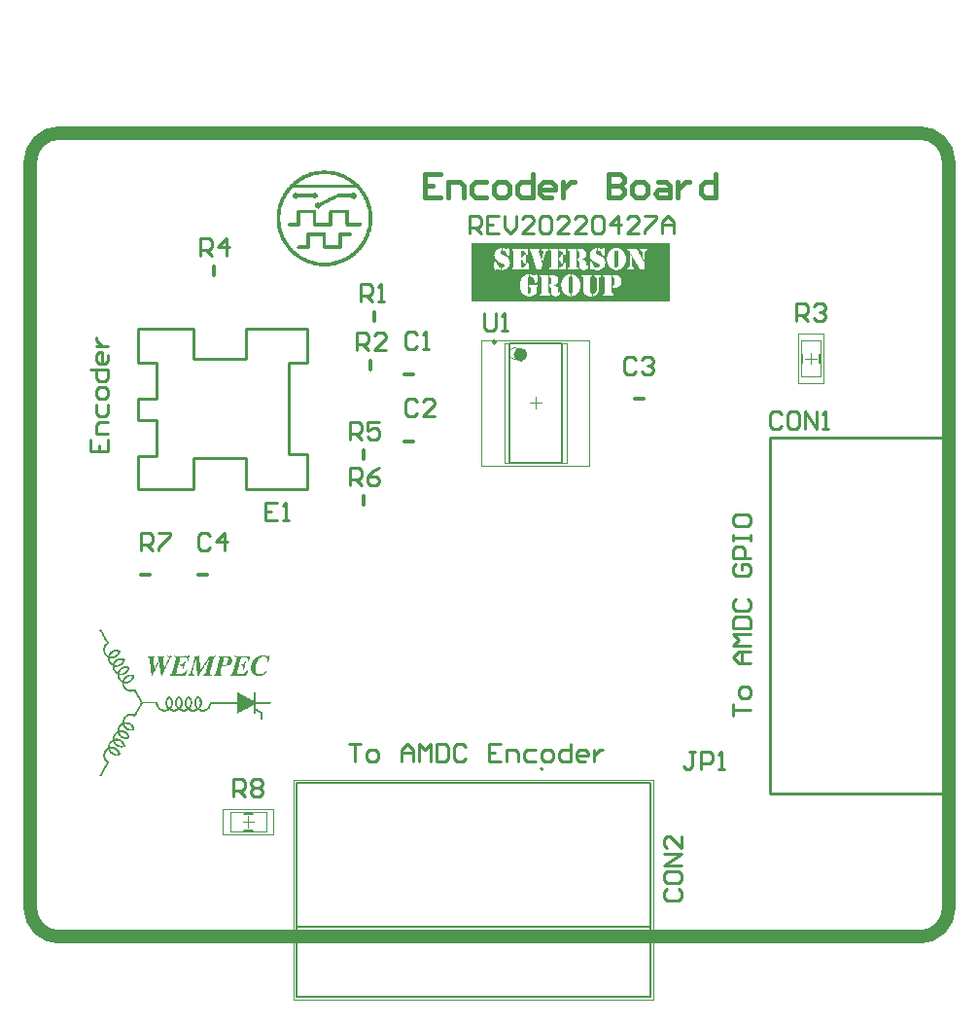
<source format=gto>
G04*
G04 #@! TF.GenerationSoftware,Altium Limited,Altium Designer,21.3.1 (25)*
G04*
G04 Layer_Color=65535*
%FSLAX44Y44*%
%MOMM*%
G71*
G04*
G04 #@! TF.SameCoordinates,1E41339B-4A2A-438D-B01A-713DCCC2BB0F*
G04*
G04*
G04 #@! TF.FilePolarity,Positive*
G04*
G01*
G75*
%ADD10C,0.2000*%
%ADD11C,0.6000*%
%ADD12C,0.2500*%
%ADD13C,0.2540*%
%ADD14C,0.1270*%
%ADD15C,0.3048*%
%ADD16C,0.4000*%
%ADD17C,1.2000*%
%ADD18C,0.1000*%
%ADD19C,0.0500*%
G36*
X698653Y994162D02*
X698353D01*
Y994461D01*
X698653D01*
Y994162D01*
D02*
G37*
G36*
X669012D02*
X668713D01*
Y994461D01*
X669012D01*
Y994162D01*
D02*
G37*
G36*
X639371D02*
X639072D01*
Y994461D01*
X639371D01*
Y994162D01*
D02*
G37*
G36*
X609730D02*
X609431D01*
Y994461D01*
X609730D01*
Y994162D01*
D02*
G37*
G36*
X565419D02*
X565120D01*
Y994461D01*
X565419D01*
Y994162D01*
D02*
G37*
G36*
X258250Y867000D02*
X263250D01*
Y866500D01*
X265750D01*
Y866000D01*
X267750D01*
Y865500D01*
X269250D01*
Y865000D01*
X270750D01*
Y864500D01*
X272250D01*
Y864000D01*
X273250D01*
Y863500D01*
X274250D01*
Y863000D01*
X275250D01*
Y862500D01*
X276250D01*
Y862000D01*
X277250D01*
Y861500D01*
X277750D01*
Y861000D01*
X278750D01*
Y860500D01*
X279750D01*
Y860000D01*
X280250D01*
Y859500D01*
X280750D01*
Y859000D01*
X281750D01*
Y858500D01*
X282250D01*
Y858000D01*
X282750D01*
Y857500D01*
X283250D01*
Y857000D01*
X284250D01*
Y856500D01*
X284750D01*
Y856000D01*
X285250D01*
Y855500D01*
X285750D01*
Y855000D01*
X286250D01*
Y854500D01*
X286750D01*
Y854000D01*
X287250D01*
Y853500D01*
X287750D01*
Y852500D01*
X288250D01*
Y852000D01*
X288750D01*
Y851500D01*
X289250D01*
Y851000D01*
X289750D01*
Y850000D01*
X290250D01*
Y849500D01*
X290750D01*
Y849000D01*
X291250D01*
Y848000D01*
X291750D01*
Y847000D01*
X292250D01*
Y846500D01*
X292750D01*
Y845500D01*
X293250D01*
Y844500D01*
X293750D01*
Y843500D01*
X294250D01*
Y842500D01*
X294750D01*
Y841000D01*
X295250D01*
Y840000D01*
X295750D01*
Y838500D01*
X296250D01*
Y836500D01*
X296750D01*
Y834500D01*
X297250D01*
Y832000D01*
X297750D01*
Y826000D01*
X298250D01*
Y825500D01*
X297750D01*
Y819500D01*
X297250D01*
Y816500D01*
X296750D01*
Y814500D01*
X296250D01*
Y813000D01*
X295750D01*
Y811500D01*
X295250D01*
Y810000D01*
X294750D01*
Y809000D01*
X294250D01*
Y808000D01*
X293750D01*
Y807000D01*
X293250D01*
Y806000D01*
X292750D01*
Y805000D01*
X292250D01*
Y804000D01*
X291750D01*
Y803500D01*
X291250D01*
Y802500D01*
X290750D01*
Y802000D01*
X290250D01*
Y801000D01*
X289750D01*
Y800500D01*
X289250D01*
Y800000D01*
X288750D01*
Y799000D01*
X288250D01*
Y798500D01*
X287750D01*
Y798000D01*
X287250D01*
Y797500D01*
X286750D01*
Y797000D01*
X286250D01*
Y796500D01*
X285750D01*
Y796000D01*
X285250D01*
Y795500D01*
X284750D01*
Y795000D01*
X284250D01*
Y794500D01*
X283750D01*
Y794000D01*
X283250D01*
Y793500D01*
X282750D01*
Y793000D01*
X281750D01*
Y792500D01*
X281250D01*
Y792000D01*
X280750D01*
Y791500D01*
X279750D01*
Y791000D01*
X279250D01*
Y790500D01*
X278250D01*
Y790000D01*
X277250D01*
Y789500D01*
X276750D01*
Y789000D01*
X275750D01*
Y788500D01*
X274750D01*
Y788000D01*
X273750D01*
Y787500D01*
X272750D01*
Y787000D01*
X271250D01*
Y786500D01*
X269750D01*
Y786000D01*
X268250D01*
Y785500D01*
X266250D01*
Y785000D01*
X264250D01*
Y784500D01*
X261250D01*
Y784000D01*
X251750D01*
Y784500D01*
X248250D01*
Y785000D01*
X246250D01*
Y785500D01*
X244250D01*
Y786000D01*
X242750D01*
Y786500D01*
X241250D01*
Y787000D01*
X240250D01*
Y787500D01*
X239250D01*
Y788000D01*
X237750D01*
Y788500D01*
X236750D01*
Y789000D01*
X236250D01*
Y789500D01*
X235250D01*
Y790000D01*
X234250D01*
Y790500D01*
X233750D01*
Y791000D01*
X232750D01*
Y791500D01*
X232250D01*
Y792000D01*
X231250D01*
Y792500D01*
X230750D01*
Y793000D01*
X230250D01*
Y793500D01*
X229750D01*
Y794000D01*
X228750D01*
Y794500D01*
X228250D01*
Y795000D01*
X227750D01*
Y795500D01*
X227250D01*
Y796000D01*
X226750D01*
Y796500D01*
X226250D01*
Y797000D01*
X225750D01*
Y797500D01*
X225250D01*
Y798000D01*
X224750D01*
Y798500D01*
X224250D01*
Y799500D01*
X223750D01*
Y800000D01*
X223250D01*
Y800500D01*
X222750D01*
Y801500D01*
X222250D01*
Y802000D01*
X221750D01*
Y803000D01*
X221250D01*
Y803500D01*
X220750D01*
Y804500D01*
X220250D01*
Y805000D01*
X219750D01*
Y806000D01*
X219250D01*
Y807000D01*
X218750D01*
Y808000D01*
X218250D01*
Y809000D01*
X217750D01*
Y810500D01*
X217250D01*
Y812000D01*
X216750D01*
Y813500D01*
X216250D01*
Y815000D01*
X215750D01*
Y817000D01*
X215250D01*
Y820500D01*
X214750D01*
Y831000D01*
X215250D01*
Y834000D01*
X215750D01*
Y836000D01*
X216250D01*
Y838000D01*
X216750D01*
Y839500D01*
X217250D01*
Y841000D01*
X217750D01*
Y842000D01*
X218250D01*
Y843000D01*
X218750D01*
Y844000D01*
X219250D01*
Y845000D01*
X219750D01*
Y846000D01*
X220250D01*
Y847000D01*
X220750D01*
Y847500D01*
X221250D01*
Y848500D01*
X221750D01*
Y849500D01*
X222250D01*
Y850000D01*
X222750D01*
Y850500D01*
X223250D01*
Y851500D01*
X223750D01*
Y852000D01*
X224250D01*
Y852500D01*
X224750D01*
Y853000D01*
X225250D01*
Y853500D01*
X225750D01*
Y854000D01*
X226250D01*
Y855000D01*
X226750D01*
Y855500D01*
X227750D01*
Y856000D01*
X228250D01*
Y856500D01*
X228750D01*
Y857000D01*
X229250D01*
Y857500D01*
X229750D01*
Y858000D01*
X230250D01*
Y858500D01*
X231250D01*
Y859000D01*
X231750D01*
Y859500D01*
X232250D01*
Y860000D01*
X233250D01*
Y860500D01*
X233750D01*
Y861000D01*
X234750D01*
Y861500D01*
X235750D01*
Y862000D01*
X236250D01*
Y862500D01*
X237250D01*
Y863000D01*
X238250D01*
Y863500D01*
X239250D01*
Y864000D01*
X240750D01*
Y864500D01*
X241750D01*
Y865000D01*
X243250D01*
Y865500D01*
X245250D01*
Y866000D01*
X246750D01*
Y866500D01*
X249750D01*
Y867000D01*
X254250D01*
Y867500D01*
X258250D01*
Y867000D01*
D02*
G37*
G36*
X556804Y753451D02*
X384424D01*
Y804012D01*
X556804D01*
Y753451D01*
D02*
G37*
G36*
X208589Y444139D02*
X208230D01*
Y442345D01*
X207871D01*
Y440550D01*
X207512D01*
Y439115D01*
X206794D01*
Y439474D01*
X206435D01*
Y440191D01*
X206794D01*
Y440550D01*
X206435D01*
Y442345D01*
X206077D01*
Y442703D01*
X205718D01*
Y443421D01*
X205359D01*
Y443780D01*
X204641D01*
Y444139D01*
X201770D01*
Y443780D01*
X201053D01*
Y443421D01*
X200694D01*
Y443062D01*
X200335D01*
Y442703D01*
X199617D01*
Y442345D01*
X199258D01*
Y441627D01*
X198899D01*
Y441268D01*
X198541D01*
Y440550D01*
X198182D01*
Y440191D01*
X197823D01*
Y439474D01*
X197464D01*
Y438397D01*
X197105D01*
Y437321D01*
X196746D01*
Y435885D01*
X196388D01*
Y431220D01*
X196746D01*
Y430144D01*
X197105D01*
Y429785D01*
X197464D01*
Y429426D01*
X197823D01*
Y429067D01*
X198541D01*
Y428708D01*
X201411D01*
Y429067D01*
X202488D01*
Y429426D01*
X203206D01*
Y429785D01*
X203565D01*
Y430144D01*
X203923D01*
Y430502D01*
X204282D01*
Y430861D01*
X204641D01*
Y431220D01*
X205000D01*
Y431579D01*
X205718D01*
Y431220D01*
X206077D01*
Y430861D01*
X205718D01*
Y430144D01*
X205359D01*
Y429785D01*
X205000D01*
Y429426D01*
X204282D01*
Y429067D01*
X203923D01*
Y428708D01*
X203565D01*
Y428349D01*
X202847D01*
Y427990D01*
X202129D01*
Y427632D01*
X200694D01*
Y427273D01*
X197823D01*
Y427632D01*
X196388D01*
Y427990D01*
X195670D01*
Y428349D01*
X194952D01*
Y428708D01*
X194593D01*
Y429067D01*
X194234D01*
Y429426D01*
X193876D01*
Y429785D01*
X193517D01*
Y430144D01*
X193158D01*
Y430861D01*
X192799D01*
Y431938D01*
X192440D01*
Y436244D01*
X192799D01*
Y437679D01*
X193158D01*
Y438756D01*
X193517D01*
Y439474D01*
X193876D01*
Y440191D01*
X194234D01*
Y440550D01*
X194593D01*
Y440909D01*
X194952D01*
Y441627D01*
X195311D01*
Y441986D01*
X195670D01*
Y442345D01*
X196029D01*
Y442703D01*
X196746D01*
Y443062D01*
X197105D01*
Y443421D01*
X197464D01*
Y443780D01*
X198182D01*
Y444139D01*
X198899D01*
Y444498D01*
X199976D01*
Y444856D01*
X201770D01*
Y445215D01*
X203565D01*
Y444856D01*
X205359D01*
Y444498D01*
X207512D01*
Y444856D01*
X207871D01*
Y445215D01*
X208589D01*
Y444139D01*
D02*
G37*
G36*
X191364Y443062D02*
X191005D01*
Y441627D01*
X190646D01*
Y440191D01*
X190287D01*
Y439832D01*
X189928D01*
Y441627D01*
X189569D01*
Y442345D01*
X189210D01*
Y442703D01*
X188852D01*
Y443062D01*
X188493D01*
Y443421D01*
X187775D01*
Y443780D01*
X183828D01*
Y443062D01*
X183469D01*
Y441627D01*
X183110D01*
Y440550D01*
X182751D01*
Y439115D01*
X182392D01*
Y438038D01*
X182034D01*
Y436962D01*
X183469D01*
Y437321D01*
X185263D01*
Y437679D01*
X185981D01*
Y438038D01*
X186340D01*
Y438756D01*
X186699D01*
Y439115D01*
X187057D01*
Y439832D01*
X187775D01*
Y438397D01*
X187416D01*
Y437321D01*
X187057D01*
Y436962D01*
Y436603D01*
Y435885D01*
X186699D01*
Y434450D01*
X186340D01*
Y433373D01*
X185981D01*
Y432655D01*
X185622D01*
Y433014D01*
X185263D01*
Y433732D01*
X185622D01*
Y434450D01*
X185263D01*
Y435526D01*
X184904D01*
Y435885D01*
X184187D01*
Y436244D01*
X181675D01*
Y435168D01*
X181316D01*
Y433732D01*
X180957D01*
Y432297D01*
X180598D01*
Y431220D01*
X180239D01*
Y429785D01*
X179880D01*
Y429067D01*
X180239D01*
Y428708D01*
X184187D01*
Y429067D01*
X185263D01*
Y429426D01*
X185981D01*
Y429785D01*
X186699D01*
Y430144D01*
X187057D01*
Y430502D01*
X187775D01*
Y430861D01*
X188134D01*
Y431579D01*
X188493D01*
Y431938D01*
X188852D01*
Y432297D01*
X189210D01*
Y432655D01*
X189928D01*
Y431938D01*
X189569D01*
Y430861D01*
X189210D01*
Y429785D01*
X188852D01*
Y428708D01*
X188493D01*
Y427990D01*
X188134D01*
Y427632D01*
X174498D01*
Y428349D01*
X174856D01*
Y428708D01*
X175574D01*
Y429067D01*
X175933D01*
Y429426D01*
X176292D01*
Y430502D01*
X176651D01*
Y431579D01*
X177010D01*
Y433014D01*
X177368D01*
Y434450D01*
X177727D01*
Y435885D01*
X178086D01*
Y436962D01*
X178445D01*
Y438397D01*
X178804D01*
Y439474D01*
X179163D01*
Y440909D01*
X179522D01*
Y442703D01*
X179880D01*
Y443421D01*
X179522D01*
Y443780D01*
X178804D01*
Y444139D01*
X177727D01*
Y444498D01*
X178086D01*
Y444856D01*
X178804D01*
Y444498D01*
X187775D01*
Y444856D01*
X188134D01*
Y444498D01*
X190287D01*
Y444856D01*
X190646D01*
Y444498D01*
X191005D01*
Y444856D01*
X191364D01*
Y443062D01*
D02*
G37*
G36*
X170909Y444498D02*
X173421D01*
Y444139D01*
X174139D01*
Y443780D01*
X174856D01*
Y443421D01*
X175215D01*
Y442703D01*
X175574D01*
Y441986D01*
X175933D01*
Y439474D01*
X175574D01*
Y438756D01*
X175215D01*
Y438038D01*
X174856D01*
Y437679D01*
X174498D01*
Y437321D01*
X174139D01*
Y436962D01*
X173421D01*
Y436603D01*
X172703D01*
Y436244D01*
X171268D01*
Y435885D01*
X166962D01*
Y435168D01*
X166603D01*
Y433732D01*
X166244D01*
Y432297D01*
X165885D01*
Y431220D01*
X165526D01*
Y428708D01*
X166244D01*
Y428349D01*
X167321D01*
Y427990D01*
X166962D01*
Y427632D01*
X159785D01*
Y428349D01*
X160502D01*
Y428708D01*
X161220D01*
Y429067D01*
Y429426D01*
X161579D01*
Y430144D01*
X161938D01*
Y431579D01*
X162297D01*
Y433014D01*
X162656D01*
Y434450D01*
X163014D01*
Y435526D01*
X163373D01*
Y436603D01*
X163732D01*
Y438038D01*
X164091D01*
Y439115D01*
X164450D01*
Y440909D01*
X164809D01*
Y442345D01*
X165168D01*
Y443421D01*
X164809D01*
Y443780D01*
X164091D01*
Y444139D01*
X163373D01*
Y444856D01*
X163732D01*
Y444498D01*
X170550D01*
Y444856D01*
X170909D01*
Y444498D01*
D02*
G37*
G36*
X161579D02*
X161938D01*
Y444139D01*
X161220D01*
Y443780D01*
X160502D01*
Y443421D01*
X160144D01*
Y442703D01*
X159785D01*
Y441627D01*
X159426D01*
Y440550D01*
X159067D01*
Y439115D01*
X158708D01*
Y438038D01*
X158349D01*
Y436603D01*
X157990D01*
Y435168D01*
X157632D01*
Y433732D01*
X157273D01*
Y432655D01*
X156914D01*
Y431220D01*
X156555D01*
Y429785D01*
X156196D01*
Y429426D01*
X156555D01*
Y428708D01*
X156914D01*
Y428349D01*
X158349D01*
Y427990D01*
X157990D01*
Y427632D01*
X150455D01*
Y427990D01*
X150096D01*
Y428349D01*
X151172D01*
Y428708D01*
X151890D01*
Y429067D01*
X152249D01*
Y429426D01*
X152608D01*
Y430144D01*
X152966D01*
Y431579D01*
X153325D01*
Y433014D01*
X153684D01*
Y434091D01*
X154043D01*
Y435526D01*
X154402D01*
Y436603D01*
X154761D01*
Y438038D01*
X155120D01*
Y439474D01*
X155478D01*
Y440550D01*
X155837D01*
Y441268D01*
X155478D01*
Y440909D01*
X155120D01*
Y440191D01*
X154761D01*
Y439832D01*
X154402D01*
Y439115D01*
X154043D01*
Y438756D01*
X153684D01*
Y438038D01*
X153325D01*
Y437679D01*
X152966D01*
Y436962D01*
X152608D01*
Y436603D01*
X152249D01*
Y436244D01*
X151890D01*
Y435526D01*
X151531D01*
Y434809D01*
X151172D01*
Y434091D01*
X150813D01*
Y433732D01*
X150455D01*
Y433373D01*
X150096D01*
Y432655D01*
X149737D01*
Y431938D01*
X149378D01*
Y431579D01*
X149019D01*
Y430861D01*
X148660D01*
Y430502D01*
X148301D01*
Y429785D01*
X147943D01*
Y429426D01*
X147584D01*
Y429067D01*
X147225D01*
Y428349D01*
X146866D01*
Y427632D01*
X145789D01*
Y428708D01*
X145431D01*
Y431579D01*
X145072D01*
Y434809D01*
X144713D01*
Y438397D01*
X144354D01*
Y440909D01*
X143636D01*
Y439474D01*
X143278D01*
Y439115D01*
Y438756D01*
Y438038D01*
X142919D01*
Y436962D01*
X142560D01*
Y435168D01*
X142201D01*
Y434091D01*
X141842D01*
Y432655D01*
X141483D01*
Y431579D01*
X141124D01*
Y429067D01*
X141483D01*
Y428708D01*
X142201D01*
Y428349D01*
X142919D01*
Y427632D01*
X137895D01*
Y428349D01*
X138254D01*
Y428708D01*
X138971D01*
Y429067D01*
X139330D01*
Y429785D01*
X139689D01*
Y430502D01*
X140048D01*
Y431579D01*
X140407D01*
Y433014D01*
X140765D01*
Y434450D01*
X141124D01*
Y435526D01*
X141483D01*
Y436603D01*
X141842D01*
Y437679D01*
X142201D01*
Y439115D01*
X142560D01*
Y440550D01*
X142919D01*
Y441627D01*
X143278D01*
Y443780D01*
X142919D01*
Y444139D01*
X141483D01*
Y444498D01*
X141842D01*
Y444856D01*
X142560D01*
Y444498D01*
X146507D01*
Y444856D01*
X146866D01*
Y444498D01*
X147225D01*
Y442703D01*
X147584D01*
Y439474D01*
X147943D01*
Y436603D01*
X148301D01*
Y433014D01*
X149019D01*
Y433732D01*
X149378D01*
Y434091D01*
X149737D01*
Y434809D01*
X150096D01*
Y435168D01*
X150455D01*
Y435885D01*
X150813D01*
Y436244D01*
X151172D01*
Y436962D01*
X151531D01*
Y437321D01*
X151890D01*
Y438038D01*
X152249D01*
Y438397D01*
X152608D01*
Y439115D01*
X152966D01*
Y439474D01*
X153325D01*
Y440191D01*
X153684D01*
Y440909D01*
X154043D01*
Y441268D01*
X154402D01*
Y441986D01*
X154761D01*
Y442345D01*
X155120D01*
Y443062D01*
X155478D01*
Y443421D01*
X155837D01*
Y444139D01*
X156196D01*
Y444498D01*
X156555D01*
Y444856D01*
X156914D01*
Y444498D01*
X157273D01*
Y444856D01*
X157632D01*
Y444498D01*
X161220D01*
Y444856D01*
X161579D01*
Y444498D01*
D02*
G37*
G36*
X138612Y443062D02*
X138254D01*
Y441268D01*
X137895D01*
Y440191D01*
X137536D01*
Y439832D01*
X137177D01*
Y441268D01*
X136818D01*
Y442345D01*
X136459D01*
Y442703D01*
X136101D01*
Y443062D01*
X135742D01*
Y443421D01*
X134665D01*
Y443780D01*
X131076D01*
Y443062D01*
X130718D01*
Y441627D01*
X130359D01*
Y440550D01*
X130000D01*
Y439115D01*
X129641D01*
Y437679D01*
X129282D01*
Y437321D01*
X129641D01*
Y436962D01*
X130359D01*
Y437321D01*
X132512D01*
Y437679D01*
X132871D01*
Y438038D01*
X133588D01*
Y438397D01*
X133947D01*
Y439474D01*
X134306D01*
Y439832D01*
X135024D01*
Y438397D01*
X134665D01*
Y437321D01*
X134306D01*
Y435885D01*
X133947D01*
Y434450D01*
X133588D01*
Y433014D01*
X132512D01*
Y435526D01*
X132153D01*
Y435885D01*
X131435D01*
Y436244D01*
X128923D01*
Y435168D01*
X128565D01*
Y433732D01*
X128206D01*
Y432655D01*
X127847D01*
Y431579D01*
X127488D01*
Y429785D01*
X127129D01*
Y429426D01*
X127488D01*
Y428708D01*
X131435D01*
Y429067D01*
X132512D01*
Y429426D01*
X133230D01*
Y429785D01*
X133947D01*
Y430144D01*
X134306D01*
Y430502D01*
X134665D01*
Y430861D01*
X135383D01*
Y431220D01*
X135742D01*
Y431938D01*
X136101D01*
Y432655D01*
X137177D01*
Y432297D01*
X136818D01*
Y431220D01*
X136459D01*
Y430144D01*
X136101D01*
Y428708D01*
X135742D01*
Y427990D01*
X135383D01*
Y427632D01*
X121746D01*
Y428349D01*
X122105D01*
Y428708D01*
X122823D01*
Y429067D01*
X123182D01*
Y429426D01*
X123541D01*
Y430502D01*
X123899D01*
Y431938D01*
X124258D01*
Y433014D01*
X124617D01*
Y434450D01*
X124976D01*
Y435885D01*
X125335D01*
Y437321D01*
X125694D01*
Y438397D01*
X126053D01*
Y439832D01*
X126412D01*
Y440909D01*
X126770D01*
Y442345D01*
X127129D01*
Y443421D01*
X126770D01*
Y443780D01*
X126053D01*
Y444139D01*
X125335D01*
Y444856D01*
X125694D01*
Y444498D01*
X130359D01*
Y444856D01*
X130718D01*
Y444498D01*
X134665D01*
Y444856D01*
X135024D01*
Y444498D01*
X136101D01*
Y444856D01*
X136459D01*
Y444498D01*
X137177D01*
Y444856D01*
X137536D01*
Y444498D01*
X138254D01*
Y444856D01*
X138612D01*
Y443062D01*
D02*
G37*
G36*
X123899Y444139D02*
X123182D01*
Y443780D01*
X122823D01*
Y443421D01*
X122464D01*
Y443062D01*
X122105D01*
Y442345D01*
X121746D01*
Y441627D01*
X121388D01*
Y440909D01*
X121029D01*
Y440191D01*
X120670D01*
Y439474D01*
X120311D01*
Y438756D01*
X119952D01*
Y438038D01*
X119593D01*
Y437321D01*
X119234D01*
Y436603D01*
X118876D01*
Y435885D01*
X118517D01*
Y435168D01*
X118158D01*
Y434091D01*
X117799D01*
Y433732D01*
X117440D01*
Y433014D01*
X117081D01*
Y432297D01*
X116722D01*
Y431220D01*
X116364D01*
Y430502D01*
X116005D01*
Y429785D01*
X115646D01*
Y429067D01*
X115287D01*
Y428349D01*
X114928D01*
Y427632D01*
X114569D01*
Y427273D01*
X113852D01*
Y428708D01*
X113493D01*
Y431579D01*
X113134D01*
Y434450D01*
X112775D01*
Y437321D01*
X112416D01*
Y439474D01*
X112057D01*
Y438756D01*
X111699D01*
Y438038D01*
X111340D01*
Y437321D01*
X110981D01*
Y436603D01*
X110622D01*
Y435885D01*
X110263D01*
Y434809D01*
X109904D01*
Y434091D01*
X109545D01*
Y433373D01*
X109187D01*
Y432655D01*
X108828D01*
Y431938D01*
X108469D01*
Y431220D01*
X108110D01*
Y430502D01*
X107751D01*
Y429785D01*
X107392D01*
Y429067D01*
X107034D01*
Y427990D01*
X106675D01*
Y427273D01*
X105598D01*
Y429785D01*
X105239D01*
Y432297D01*
X104880D01*
Y434809D01*
X104522D01*
Y436244D01*
Y436603D01*
Y437321D01*
X104163D01*
Y439832D01*
X103804D01*
Y442345D01*
X103445D01*
Y443780D01*
X102368D01*
Y444139D01*
X101651D01*
Y444498D01*
X102009D01*
Y444856D01*
X102368D01*
Y444498D01*
X106675D01*
Y444856D01*
X107034D01*
Y444498D01*
X108110D01*
Y444856D01*
X108469D01*
Y444498D01*
X108828D01*
Y444139D01*
X108110D01*
Y443780D01*
X107392D01*
Y440191D01*
X107751D01*
Y436244D01*
X108110D01*
Y433732D01*
X108469D01*
Y434091D01*
X108828D01*
Y435168D01*
X109187D01*
Y435885D01*
X109545D01*
Y436603D01*
X109904D01*
Y437321D01*
X110263D01*
Y438038D01*
X110622D01*
Y438756D01*
X110981D01*
Y439474D01*
X111340D01*
Y440191D01*
X111699D01*
Y440909D01*
X112057D01*
Y443062D01*
X111699D01*
Y443780D01*
X110981D01*
Y444139D01*
X110263D01*
Y444498D01*
X110622D01*
Y444856D01*
X110981D01*
Y444498D01*
X114211D01*
Y444856D01*
X114569D01*
Y444498D01*
X116364D01*
Y444856D01*
X116722D01*
Y444498D01*
X117081D01*
Y444139D01*
X116364D01*
Y443780D01*
X115646D01*
Y442703D01*
X115287D01*
Y442345D01*
X115646D01*
Y439474D01*
X116005D01*
Y436603D01*
X116364D01*
Y433732D01*
X116722D01*
Y434450D01*
X117081D01*
Y435168D01*
X117440D01*
Y435885D01*
X117799D01*
Y436603D01*
X118158D01*
Y437321D01*
X118517D01*
Y438038D01*
X118876D01*
Y439115D01*
X119234D01*
Y439832D01*
X119593D01*
Y440550D01*
X119952D01*
Y441268D01*
X120311D01*
Y441986D01*
X120670D01*
Y443780D01*
X120311D01*
Y444139D01*
X119234D01*
Y444856D01*
X119952D01*
Y444498D01*
X122105D01*
Y444856D01*
X122464D01*
Y444498D01*
X123182D01*
Y444856D01*
X123899D01*
Y444139D01*
D02*
G37*
G36*
X61818Y467464D02*
X62177D01*
Y466746D01*
X62536D01*
Y466029D01*
X62895D01*
Y465311D01*
X63254D01*
Y464952D01*
X63612D01*
Y464235D01*
X63971D01*
Y463517D01*
X64330D01*
Y462799D01*
X64689D01*
Y462081D01*
X65048D01*
Y461722D01*
X65407D01*
Y461005D01*
X65766D01*
Y460287D01*
X66124D01*
Y459569D01*
X66483D01*
Y459211D01*
X66842D01*
Y458493D01*
X67201D01*
Y457775D01*
X67560D01*
Y457057D01*
X67919D01*
Y456699D01*
X68278D01*
Y455981D01*
X68636D01*
Y455263D01*
X68278D01*
Y454904D01*
X67560D01*
Y454545D01*
X67201D01*
Y454187D01*
X66842D01*
Y453828D01*
X66483D01*
Y453469D01*
X66124D01*
Y452751D01*
X65766D01*
Y452034D01*
X65407D01*
Y450957D01*
X65048D01*
Y448804D01*
X65407D01*
Y447727D01*
X65766D01*
Y447010D01*
X66124D01*
Y446292D01*
X66483D01*
Y445933D01*
X66842D01*
Y445574D01*
X67201D01*
Y445215D01*
X67560D01*
Y444856D01*
X68278D01*
Y445933D01*
X68636D01*
Y446651D01*
X68995D01*
Y447010D01*
X69354D01*
Y447727D01*
X69713D01*
Y448086D01*
X70072D01*
Y448445D01*
X70789D01*
Y448804D01*
X71148D01*
Y449163D01*
X71866D01*
Y449521D01*
X72943D01*
Y449880D01*
X74378D01*
Y450239D01*
X75813D01*
Y449880D01*
X77249D01*
Y449521D01*
X77966D01*
Y449163D01*
X78325D01*
Y447727D01*
X77966D01*
Y447010D01*
X77608D01*
Y446292D01*
X77249D01*
Y445574D01*
X76890D01*
Y444856D01*
X76172D01*
Y444498D01*
X75813D01*
Y444139D01*
X75455D01*
Y443780D01*
X75096D01*
Y443421D01*
X74378D01*
Y443062D01*
X73660D01*
Y442703D01*
X72584D01*
Y442345D01*
X69713D01*
Y442703D01*
X69354D01*
Y440909D01*
X69713D01*
Y439832D01*
X70072D01*
Y439474D01*
X70431D01*
Y438756D01*
X70789D01*
Y438397D01*
X71148D01*
Y438038D01*
X71507D01*
Y437679D01*
X72225D01*
Y438397D01*
X72584D01*
Y439115D01*
X72943D01*
Y439832D01*
X73301D01*
Y440191D01*
X73660D01*
Y440550D01*
X74019D01*
Y440909D01*
X74378D01*
Y441268D01*
X74737D01*
Y441627D01*
X75455D01*
Y441986D01*
X76172D01*
Y442345D01*
X77249D01*
Y442703D01*
X81196D01*
Y442345D01*
X82273D01*
Y441627D01*
X82632D01*
Y441268D01*
X82273D01*
Y440191D01*
X81914D01*
Y439115D01*
X81555D01*
Y438397D01*
X81196D01*
Y438038D01*
X80837D01*
Y437679D01*
X80478D01*
Y437321D01*
X80120D01*
Y436962D01*
X79761D01*
Y436603D01*
X79402D01*
Y436244D01*
X78684D01*
Y435885D01*
X77608D01*
Y435526D01*
X76531D01*
Y435168D01*
X73301D01*
Y434091D01*
X73660D01*
Y433014D01*
X74019D01*
Y432297D01*
X74378D01*
Y431938D01*
X74737D01*
Y431579D01*
X75096D01*
Y431220D01*
X75455D01*
Y430861D01*
X75813D01*
Y430502D01*
X76531D01*
Y431579D01*
X76890D01*
Y431938D01*
X77249D01*
Y432655D01*
X77608D01*
Y433014D01*
X77966D01*
Y433373D01*
X78325D01*
Y433732D01*
X78684D01*
Y434091D01*
X79043D01*
Y434450D01*
X79761D01*
Y434809D01*
X80478D01*
Y435168D01*
X81555D01*
Y435526D01*
X85143D01*
Y435168D01*
X86220D01*
Y434809D01*
X86579D01*
Y433373D01*
X86220D01*
Y432297D01*
X85861D01*
Y431579D01*
X85502D01*
Y431220D01*
X85143D01*
Y430502D01*
X84785D01*
Y430144D01*
X84426D01*
Y429785D01*
X84067D01*
Y429426D01*
X83349D01*
Y429067D01*
X82990D01*
Y428708D01*
X82273D01*
Y428349D01*
X81196D01*
Y427990D01*
X77608D01*
Y426196D01*
X77966D01*
Y425479D01*
X78325D01*
Y424761D01*
X78684D01*
Y424402D01*
X79043D01*
Y424043D01*
X79402D01*
Y423684D01*
X79761D01*
Y423325D01*
X80478D01*
Y424043D01*
X80837D01*
Y424761D01*
X81196D01*
Y425120D01*
X81555D01*
Y425479D01*
X81914D01*
Y426196D01*
X82273D01*
Y426555D01*
X82990D01*
Y426914D01*
X83349D01*
Y427273D01*
X84067D01*
Y427632D01*
X84785D01*
Y427990D01*
X85861D01*
Y428349D01*
X89091D01*
Y427990D01*
X90168D01*
Y427632D01*
X90526D01*
Y425479D01*
X90168D01*
Y424761D01*
X89809D01*
Y424043D01*
X89450D01*
Y423684D01*
X89091D01*
Y423325D01*
X88732D01*
Y422966D01*
X88373D01*
Y422608D01*
X88014D01*
Y422249D01*
X87655D01*
Y421890D01*
X87297D01*
Y421531D01*
X86579D01*
Y421172D01*
X85502D01*
Y420813D01*
X81555D01*
Y419737D01*
X81914D01*
Y418660D01*
X82273D01*
Y417943D01*
X82632D01*
Y417225D01*
X82990D01*
Y416866D01*
X83349D01*
Y416507D01*
X83708D01*
Y416148D01*
X84426D01*
Y415789D01*
X84785D01*
Y415431D01*
X85861D01*
Y415072D01*
X89091D01*
Y415431D01*
X90168D01*
Y415789D01*
X91603D01*
Y415431D01*
X91962D01*
Y414713D01*
X92321D01*
Y413995D01*
X92679D01*
Y413278D01*
X93038D01*
Y412560D01*
X93397D01*
Y412201D01*
X93756D01*
Y411483D01*
X94115D01*
Y410765D01*
X94474D01*
Y410407D01*
X94832D01*
Y409689D01*
X95191D01*
Y408971D01*
X95550D01*
Y408254D01*
X95909D01*
Y407895D01*
X96268D01*
Y407177D01*
X96627D01*
Y406459D01*
X96986D01*
Y405742D01*
X97345D01*
Y405024D01*
X97703D01*
Y404665D01*
X110622D01*
Y404306D01*
X110981D01*
Y402871D01*
X111340D01*
Y401794D01*
X111699D01*
Y401077D01*
X112057D01*
Y400359D01*
X112416D01*
Y400000D01*
X112775D01*
Y399641D01*
X113134D01*
Y399282D01*
X113493D01*
Y398923D01*
X114211D01*
Y398565D01*
X114569D01*
Y398206D01*
X116005D01*
Y397847D01*
X118158D01*
Y398206D01*
X119234D01*
Y398565D01*
X119593D01*
Y399282D01*
X119234D01*
Y399641D01*
X118876D01*
Y400359D01*
X118517D01*
Y401077D01*
X118158D01*
Y402153D01*
X117799D01*
Y405383D01*
X118158D01*
Y406459D01*
X118517D01*
Y407177D01*
X118876D01*
Y407895D01*
X119234D01*
Y408254D01*
X119593D01*
Y408971D01*
X119952D01*
Y409330D01*
X120311D01*
Y409689D01*
X121746D01*
Y409330D01*
X122105D01*
Y408971D01*
X122464D01*
Y408612D01*
X122823D01*
Y408254D01*
X123182D01*
Y407536D01*
X123541D01*
Y406818D01*
X123899D01*
Y406101D01*
X124258D01*
Y401794D01*
X123899D01*
Y400718D01*
X123541D01*
Y400000D01*
X123182D01*
Y399641D01*
X122823D01*
Y398923D01*
X122464D01*
Y398565D01*
X123182D01*
Y398206D01*
X124258D01*
Y397847D01*
X126412D01*
Y398206D01*
X127488D01*
Y398565D01*
X128206D01*
Y398923D01*
X127847D01*
Y399282D01*
X127488D01*
Y400000D01*
X127129D01*
Y400718D01*
X126770D01*
Y401435D01*
X126412D01*
Y402871D01*
X126053D01*
Y404665D01*
X126412D01*
Y406101D01*
X126770D01*
Y407177D01*
X127129D01*
Y407895D01*
X127488D01*
Y408254D01*
X127847D01*
Y408612D01*
X128206D01*
Y408971D01*
X128565D01*
Y409330D01*
X128923D01*
Y409689D01*
X130000D01*
Y409330D01*
X130359D01*
Y408971D01*
X130718D01*
Y408612D01*
X131076D01*
Y408254D01*
X131435D01*
Y407895D01*
X131794D01*
Y407177D01*
X132153D01*
Y406101D01*
X132512D01*
Y404665D01*
X132871D01*
Y402871D01*
X132512D01*
Y401435D01*
X132153D01*
Y400718D01*
X131794D01*
Y399641D01*
X131435D01*
Y399282D01*
X131076D01*
Y398923D01*
X130718D01*
Y398565D01*
X131435D01*
Y398206D01*
X132512D01*
Y397847D01*
X134665D01*
Y398206D01*
X135742D01*
Y398565D01*
X136459D01*
Y398923D01*
X136101D01*
Y399641D01*
X135742D01*
Y400000D01*
X135383D01*
Y400718D01*
X135024D01*
Y401435D01*
X134665D01*
Y403588D01*
X134306D01*
Y404306D01*
X134665D01*
Y406101D01*
X135024D01*
Y406818D01*
X135383D01*
Y407536D01*
X135742D01*
Y408254D01*
X136101D01*
Y408612D01*
X136459D01*
Y408971D01*
X136818D01*
Y409330D01*
X137177D01*
Y409689D01*
X138612D01*
Y408971D01*
X139330D01*
Y408254D01*
X139689D01*
Y407895D01*
X140048D01*
Y407536D01*
X140407D01*
Y406459D01*
X140765D01*
Y405024D01*
X141124D01*
Y402512D01*
X140765D01*
Y401077D01*
X140407D01*
Y400359D01*
X140048D01*
Y399641D01*
X139689D01*
Y399282D01*
X139330D01*
Y398565D01*
X139689D01*
Y398206D01*
X140765D01*
Y397847D01*
X142919D01*
Y398206D01*
X144354D01*
Y398565D01*
X144713D01*
Y399282D01*
X144354D01*
Y399641D01*
X143995D01*
Y400000D01*
X143636D01*
Y400718D01*
X143278D01*
Y401794D01*
X142919D01*
Y405742D01*
X143278D01*
Y406818D01*
X143636D01*
Y407536D01*
X143995D01*
Y408254D01*
X144354D01*
Y408612D01*
X144713D01*
Y408971D01*
X145072D01*
Y409330D01*
X145431D01*
Y409689D01*
X146866D01*
Y409330D01*
X147225D01*
Y408971D01*
X147584D01*
Y408612D01*
X147943D01*
Y407895D01*
X148301D01*
Y407536D01*
X148660D01*
Y406818D01*
X149019D01*
Y405742D01*
X149378D01*
Y402153D01*
X149019D01*
Y400718D01*
X148660D01*
Y400000D01*
X148301D01*
Y399641D01*
X147943D01*
Y399282D01*
X147584D01*
Y398565D01*
X147943D01*
Y398206D01*
X149019D01*
Y397847D01*
X151531D01*
Y398206D01*
X152608D01*
Y398565D01*
X153325D01*
Y398923D01*
X153684D01*
Y399282D01*
X154402D01*
Y399641D01*
X154761D01*
Y400359D01*
X155120D01*
Y400718D01*
X155478D01*
Y401435D01*
X155837D01*
Y402512D01*
X156196D01*
Y404306D01*
X156555D01*
Y404665D01*
X179880D01*
Y412919D01*
X180957D01*
Y412560D01*
X181675D01*
Y412201D01*
X182392D01*
Y411842D01*
X183110D01*
Y411483D01*
X183828D01*
Y411124D01*
X184187D01*
Y410765D01*
X184904D01*
Y410407D01*
X185981D01*
Y410048D01*
X186340D01*
Y409689D01*
X187057D01*
Y409330D01*
X187775D01*
Y408971D01*
X188493D01*
Y408612D01*
X188852D01*
Y408254D01*
X189928D01*
Y407895D01*
X190646D01*
Y407536D01*
X191005D01*
Y407177D01*
X191723D01*
Y406818D01*
X192440D01*
Y406459D01*
X193158D01*
Y406101D01*
X193876D01*
Y405742D01*
X194593D01*
Y405383D01*
X194952D01*
Y412919D01*
X196746D01*
Y404665D01*
X209306D01*
Y404306D01*
X209665D01*
Y403230D01*
X209306D01*
Y402871D01*
X196746D01*
Y398565D01*
X197105D01*
Y398206D01*
X197823D01*
Y397847D01*
X198541D01*
Y397488D01*
X199258D01*
Y397129D01*
X199617D01*
Y396770D01*
X200335D01*
Y396412D01*
X201053D01*
Y396053D01*
X201770D01*
Y395694D01*
X202129D01*
Y395335D01*
X202488D01*
Y389593D01*
X202129D01*
Y388876D01*
X201053D01*
Y389593D01*
X200694D01*
Y394617D01*
X200335D01*
Y394976D01*
X199617D01*
Y395335D01*
X198899D01*
Y395694D01*
X198182D01*
Y396053D01*
X197823D01*
Y396412D01*
X197105D01*
Y396770D01*
X196746D01*
Y394617D01*
X194952D01*
Y402153D01*
X194593D01*
Y401794D01*
X193876D01*
Y401435D01*
X193158D01*
Y401077D01*
X192440D01*
Y400718D01*
X191723D01*
Y400359D01*
X191005D01*
Y400000D01*
X190646D01*
Y399641D01*
X189569D01*
Y399282D01*
X189210D01*
Y398923D01*
X188493D01*
Y398565D01*
X187775D01*
Y398206D01*
X187057D01*
Y397847D01*
X186340D01*
Y397488D01*
X185622D01*
Y397129D01*
X184904D01*
Y396770D01*
X184187D01*
Y396412D01*
X183828D01*
Y396053D01*
X183110D01*
Y395694D01*
X182392D01*
Y395335D01*
X181675D01*
Y394976D01*
X180957D01*
Y394617D01*
X179880D01*
Y402871D01*
X157632D01*
Y401435D01*
X157273D01*
Y400718D01*
X156914D01*
Y400000D01*
X156555D01*
Y399641D01*
X156196D01*
Y398923D01*
X155837D01*
Y398565D01*
X155478D01*
Y398206D01*
X155120D01*
Y397847D01*
X154402D01*
Y397488D01*
X154043D01*
Y397129D01*
X153325D01*
Y396770D01*
X152249D01*
Y396412D01*
X148301D01*
Y396770D01*
X147225D01*
Y397129D01*
X146866D01*
Y397488D01*
X145431D01*
Y397129D01*
X144713D01*
Y396770D01*
X143636D01*
Y396412D01*
X140048D01*
Y396770D01*
X138971D01*
Y397129D01*
X138254D01*
Y397488D01*
X137177D01*
Y397129D01*
X136459D01*
Y396770D01*
X135383D01*
Y396412D01*
X131794D01*
Y396770D01*
X130718D01*
Y397129D01*
X130000D01*
Y397488D01*
X128923D01*
Y397129D01*
X128206D01*
Y396770D01*
X127129D01*
Y396412D01*
X123541D01*
Y396770D01*
X122464D01*
Y397129D01*
X121746D01*
Y397488D01*
X120670D01*
Y397129D01*
X119593D01*
Y396770D01*
X118876D01*
Y396412D01*
X115287D01*
Y396770D01*
X114211D01*
Y397129D01*
X113493D01*
Y397488D01*
X112775D01*
Y397847D01*
X112057D01*
Y398206D01*
X111699D01*
Y398923D01*
X111340D01*
Y399282D01*
X110981D01*
Y399641D01*
X110622D01*
Y400000D01*
X110263D01*
Y401077D01*
X109904D01*
Y402153D01*
X109545D01*
Y403230D01*
X99856D01*
Y402871D01*
X99498D01*
Y403230D01*
X98062D01*
Y402871D01*
X97703D01*
Y402512D01*
X97345D01*
Y401794D01*
X96986D01*
Y401077D01*
X96627D01*
Y400718D01*
X96268D01*
Y400000D01*
X95909D01*
Y399282D01*
X95550D01*
Y398923D01*
X95191D01*
Y398206D01*
X94832D01*
Y397488D01*
X94474D01*
Y396770D01*
X94115D01*
Y396053D01*
X93756D01*
Y395694D01*
X93397D01*
Y394976D01*
X93038D01*
Y394617D01*
X92679D01*
Y393541D01*
X92321D01*
Y393182D01*
X91962D01*
Y392464D01*
X91603D01*
Y392105D01*
X91244D01*
Y391746D01*
X90526D01*
Y392105D01*
X89809D01*
Y392464D01*
X88732D01*
Y392823D01*
X86579D01*
Y392464D01*
X85502D01*
Y392105D01*
X84785D01*
Y391746D01*
X84067D01*
Y391388D01*
X83708D01*
Y391029D01*
X83349D01*
Y390670D01*
X82990D01*
Y390311D01*
X82632D01*
Y389593D01*
X82273D01*
Y388876D01*
X81914D01*
Y386722D01*
X82273D01*
Y387081D01*
X84785D01*
Y386722D01*
X86220D01*
Y386364D01*
X86938D01*
Y386005D01*
X87655D01*
Y385646D01*
X88014D01*
Y385287D01*
X88373D01*
Y384928D01*
X88732D01*
Y384569D01*
X89450D01*
Y383852D01*
X89809D01*
Y383134D01*
X90168D01*
Y382416D01*
X90526D01*
Y381340D01*
X90885D01*
Y380263D01*
X90526D01*
Y379904D01*
X89809D01*
Y379545D01*
X85502D01*
Y379904D01*
X84426D01*
Y380263D01*
X83708D01*
Y380622D01*
X83349D01*
Y380981D01*
X82990D01*
Y381340D01*
X82273D01*
Y381699D01*
X81914D01*
Y382416D01*
X81555D01*
Y382775D01*
X81196D01*
Y383493D01*
X80837D01*
Y384211D01*
X80478D01*
Y384569D01*
X80120D01*
Y384211D01*
X79761D01*
Y383852D01*
X79402D01*
Y383493D01*
X79043D01*
Y383134D01*
X78684D01*
Y382775D01*
X78325D01*
Y382057D01*
X77966D01*
Y380981D01*
X77608D01*
Y379545D01*
X77966D01*
Y379904D01*
X80837D01*
Y379545D01*
X81914D01*
Y379187D01*
X82632D01*
Y378828D01*
X83349D01*
Y378469D01*
X83708D01*
Y378110D01*
X84426D01*
Y377751D01*
X84785D01*
Y377392D01*
X85143D01*
Y377034D01*
X85502D01*
Y376316D01*
X85861D01*
Y375598D01*
X86220D01*
Y374880D01*
X86579D01*
Y372727D01*
X85861D01*
Y372368D01*
X84426D01*
Y372010D01*
X82632D01*
Y372368D01*
X81196D01*
Y372727D01*
X80120D01*
Y373086D01*
X79761D01*
Y373445D01*
X79043D01*
Y373804D01*
X78684D01*
Y374163D01*
X78325D01*
Y374521D01*
X77966D01*
Y374880D01*
X77608D01*
Y375239D01*
X77249D01*
Y375957D01*
X76890D01*
Y376675D01*
X76531D01*
Y377392D01*
X75813D01*
Y377034D01*
X75455D01*
Y376675D01*
X75096D01*
Y376316D01*
X74737D01*
Y375957D01*
X74378D01*
Y375239D01*
X74019D01*
Y374521D01*
X73660D01*
Y373086D01*
X73301D01*
Y372727D01*
X73660D01*
Y372368D01*
X74378D01*
Y372727D01*
X76172D01*
Y372368D01*
X77608D01*
Y372010D01*
X78684D01*
Y371651D01*
X79402D01*
Y371292D01*
X79761D01*
Y370933D01*
X80120D01*
Y370574D01*
X80478D01*
Y370215D01*
X80837D01*
Y369856D01*
X81196D01*
Y369498D01*
X81555D01*
Y368780D01*
X81914D01*
Y368062D01*
X82273D01*
Y366986D01*
X82632D01*
Y365909D01*
X82273D01*
Y365550D01*
X81914D01*
Y365191D01*
X80120D01*
Y364832D01*
X78325D01*
Y365191D01*
X76890D01*
Y365550D01*
X75813D01*
Y365909D01*
X75455D01*
Y366268D01*
X74737D01*
Y366627D01*
X74378D01*
Y366986D01*
X74019D01*
Y367345D01*
X73660D01*
Y367703D01*
X73301D01*
Y368062D01*
X72943D01*
Y368780D01*
X72584D01*
Y369856D01*
X72225D01*
Y370215D01*
X71866D01*
Y369856D01*
X71507D01*
Y369498D01*
X71148D01*
Y369139D01*
X70789D01*
Y368780D01*
X70431D01*
Y368062D01*
X70072D01*
Y367703D01*
X69713D01*
Y366627D01*
X69354D01*
Y365191D01*
X70431D01*
Y365550D01*
X72225D01*
Y365191D01*
X73301D01*
Y364832D01*
X74378D01*
Y364474D01*
X75096D01*
Y364115D01*
X75455D01*
Y363756D01*
X75813D01*
Y363397D01*
X76172D01*
Y363038D01*
X76531D01*
Y362679D01*
X76890D01*
Y362321D01*
X77249D01*
Y361962D01*
X77608D01*
Y361244D01*
X77966D01*
Y360168D01*
X78325D01*
Y358373D01*
X77608D01*
Y358014D01*
X76531D01*
Y357655D01*
X73660D01*
Y358014D01*
X72584D01*
Y358373D01*
X71866D01*
Y358732D01*
X71148D01*
Y359091D01*
X70789D01*
Y359450D01*
X70072D01*
Y359809D01*
X69713D01*
Y360168D01*
X69354D01*
Y360885D01*
X68995D01*
Y361244D01*
X68636D01*
Y361962D01*
X68278D01*
Y363038D01*
X67919D01*
Y362679D01*
X67560D01*
Y362321D01*
X66842D01*
Y361962D01*
X66483D01*
Y361244D01*
X66124D01*
Y360885D01*
X65766D01*
Y359809D01*
X65407D01*
Y358373D01*
X65048D01*
Y357297D01*
X65407D01*
Y355861D01*
X65766D01*
Y355144D01*
X66124D01*
Y354785D01*
X66483D01*
Y354067D01*
X66842D01*
Y353708D01*
X67201D01*
Y353349D01*
X67560D01*
Y352990D01*
X68278D01*
Y352632D01*
X68636D01*
Y351555D01*
X68278D01*
Y351196D01*
X67919D01*
Y350479D01*
X67560D01*
Y349761D01*
X67201D01*
Y349402D01*
X66842D01*
Y348684D01*
X66483D01*
Y347966D01*
X66124D01*
Y347249D01*
X65766D01*
Y346531D01*
X65407D01*
Y346172D01*
X65048D01*
Y345454D01*
X64689D01*
Y344737D01*
X64330D01*
Y344019D01*
X63971D01*
Y343660D01*
X63612D01*
Y342943D01*
X63254D01*
Y342225D01*
X62895D01*
Y341866D01*
X62536D01*
Y341148D01*
X62177D01*
Y340431D01*
X61818D01*
Y340072D01*
X60742D01*
Y340431D01*
X60383D01*
Y341148D01*
X60742D01*
Y341866D01*
X61101D01*
Y342225D01*
X61459D01*
Y342943D01*
X61818D01*
Y343660D01*
X62177D01*
Y344378D01*
X62536D01*
Y344737D01*
X62895D01*
Y345454D01*
X63254D01*
Y346172D01*
X63612D01*
Y346890D01*
X63971D01*
Y347249D01*
X64330D01*
Y347966D01*
X64689D01*
Y348684D01*
X65048D01*
Y349402D01*
X65407D01*
Y349761D01*
X65766D01*
Y350479D01*
X66124D01*
Y351196D01*
X66483D01*
Y352273D01*
X66124D01*
Y352632D01*
X65766D01*
Y352990D01*
X65407D01*
Y353349D01*
X65048D01*
Y353708D01*
X64689D01*
Y354426D01*
X64330D01*
Y355144D01*
X63971D01*
Y356579D01*
X63612D01*
Y359450D01*
X63971D01*
Y360526D01*
X64330D01*
Y361603D01*
X64689D01*
Y361962D01*
X65048D01*
Y362679D01*
X65407D01*
Y363038D01*
X65766D01*
Y363397D01*
X66124D01*
Y363756D01*
X66842D01*
Y364115D01*
X67201D01*
Y364474D01*
X67560D01*
Y364832D01*
X67919D01*
Y367345D01*
X68278D01*
Y368062D01*
X68636D01*
Y369139D01*
X68995D01*
Y369498D01*
X69354D01*
Y369856D01*
X69713D01*
Y370215D01*
X70072D01*
Y370574D01*
X70431D01*
Y370933D01*
X70789D01*
Y371292D01*
X71148D01*
Y371651D01*
X71866D01*
Y373804D01*
X72225D01*
Y374880D01*
X72584D01*
Y375957D01*
X72943D01*
Y376316D01*
X73301D01*
Y377034D01*
X73660D01*
Y377392D01*
X74019D01*
Y377751D01*
X74378D01*
Y378110D01*
X74737D01*
Y378469D01*
X75455D01*
Y378828D01*
X75813D01*
Y379187D01*
X76172D01*
Y381699D01*
X76531D01*
Y382775D01*
X76890D01*
Y383493D01*
X77249D01*
Y383852D01*
X77608D01*
Y384569D01*
X77966D01*
Y384928D01*
X78325D01*
Y385287D01*
X79043D01*
Y385646D01*
X79402D01*
Y386005D01*
X79761D01*
Y386364D01*
X80120D01*
Y388517D01*
X80478D01*
Y389593D01*
X80837D01*
Y390311D01*
X81196D01*
Y391029D01*
X81555D01*
Y391388D01*
X81914D01*
Y391746D01*
X82273D01*
Y392105D01*
X82632D01*
Y392464D01*
X82990D01*
Y392823D01*
X83349D01*
Y393182D01*
X84067D01*
Y393541D01*
X84785D01*
Y393899D01*
X85861D01*
Y394258D01*
X89450D01*
Y393899D01*
X90885D01*
Y394617D01*
X91244D01*
Y394976D01*
X91603D01*
Y395694D01*
X91962D01*
Y396412D01*
X92321D01*
Y396770D01*
X92679D01*
Y397488D01*
X93038D01*
Y398206D01*
X93397D01*
Y398923D01*
X93756D01*
Y399282D01*
X94115D01*
Y400000D01*
X94474D01*
Y400718D01*
X94832D01*
Y401435D01*
X95191D01*
Y402153D01*
X95550D01*
Y402512D01*
X95909D01*
Y403230D01*
X96268D01*
Y404665D01*
X95909D01*
Y405024D01*
X95550D01*
Y405742D01*
X95191D01*
Y406459D01*
X94832D01*
Y407177D01*
X94474D01*
Y407895D01*
X94115D01*
Y408254D01*
X93756D01*
Y408971D01*
X93397D01*
Y409330D01*
X93038D01*
Y410048D01*
X92679D01*
Y410765D01*
X92321D01*
Y411483D01*
X91962D01*
Y412201D01*
X91603D01*
Y412560D01*
X91244D01*
Y413278D01*
X90885D01*
Y413995D01*
X89809D01*
Y413636D01*
X88014D01*
Y413278D01*
X86938D01*
Y413636D01*
X85143D01*
Y413995D01*
X84426D01*
Y414354D01*
X83708D01*
Y414713D01*
X82990D01*
Y415072D01*
X82632D01*
Y415431D01*
X82273D01*
Y415789D01*
X81914D01*
Y416148D01*
X81555D01*
Y416507D01*
X81196D01*
Y417225D01*
X80837D01*
Y417943D01*
X80478D01*
Y418660D01*
X80120D01*
Y421531D01*
X79761D01*
Y421890D01*
X79043D01*
Y422249D01*
X78684D01*
Y422608D01*
X78325D01*
Y422966D01*
X77966D01*
Y423325D01*
X77608D01*
Y423684D01*
X77249D01*
Y424043D01*
X76890D01*
Y424761D01*
X76531D01*
Y425479D01*
X76172D01*
Y426914D01*
X75813D01*
Y428708D01*
X75455D01*
Y429067D01*
X75096D01*
Y429426D01*
X74737D01*
Y429785D01*
X74019D01*
Y430144D01*
X73660D01*
Y430502D01*
X73301D01*
Y431220D01*
X72943D01*
Y431579D01*
X72584D01*
Y432297D01*
X72225D01*
Y433373D01*
X71866D01*
Y435885D01*
X71507D01*
Y436244D01*
X70789D01*
Y436603D01*
X70431D01*
Y436962D01*
X70072D01*
Y437321D01*
X69713D01*
Y437679D01*
X69354D01*
Y438038D01*
X68995D01*
Y438397D01*
X68636D01*
Y439474D01*
X68278D01*
Y440191D01*
X67919D01*
Y441627D01*
X67560D01*
Y443421D01*
X66842D01*
Y443780D01*
X66483D01*
Y444139D01*
X66124D01*
Y444498D01*
X65766D01*
Y444856D01*
X65407D01*
Y445215D01*
X65048D01*
Y445574D01*
X64689D01*
Y446292D01*
X64330D01*
Y447010D01*
X63971D01*
Y448086D01*
X63612D01*
Y451675D01*
X63971D01*
Y452751D01*
X64330D01*
Y453469D01*
X64689D01*
Y454187D01*
X65048D01*
Y454545D01*
X65407D01*
Y454904D01*
X65766D01*
Y455263D01*
X66124D01*
Y455622D01*
X66483D01*
Y456699D01*
X66124D01*
Y457057D01*
X65766D01*
Y457775D01*
X65407D01*
Y458493D01*
X65048D01*
Y458852D01*
X64689D01*
Y459569D01*
X64330D01*
Y460287D01*
X63971D01*
Y461005D01*
X63612D01*
Y461722D01*
X63254D01*
Y462081D01*
X62895D01*
Y462799D01*
X62536D01*
Y463517D01*
X62177D01*
Y464235D01*
X61818D01*
Y464593D01*
X61459D01*
Y465311D01*
X61101D01*
Y466029D01*
X60742D01*
Y466388D01*
X60383D01*
Y467464D01*
X60742D01*
Y467823D01*
X61818D01*
Y467464D01*
D02*
G37*
%LPC*%
G36*
X261250Y864000D02*
X251250D01*
Y863500D01*
X248250D01*
Y863000D01*
X246250D01*
Y862500D01*
X244250D01*
Y862000D01*
X243250D01*
Y861500D01*
X241750D01*
Y861000D01*
X240750D01*
Y860500D01*
X239750D01*
Y860000D01*
X238750D01*
Y859500D01*
X237750D01*
Y859000D01*
X236750D01*
Y858500D01*
X235750D01*
Y858000D01*
X235250D01*
Y857500D01*
X234250D01*
Y857000D01*
X233750D01*
Y856500D01*
X233250D01*
Y856000D01*
X232250D01*
Y855500D01*
X231750D01*
Y855000D01*
X280750D01*
Y855500D01*
X280250D01*
Y856000D01*
X279750D01*
Y856500D01*
X278750D01*
Y857000D01*
X278250D01*
Y857500D01*
X277750D01*
Y858000D01*
X276750D01*
Y858500D01*
X275750D01*
Y859000D01*
X275250D01*
Y859500D01*
X274250D01*
Y860000D01*
X273250D01*
Y860500D01*
X272250D01*
Y861000D01*
X270750D01*
Y861500D01*
X269750D01*
Y862000D01*
X268250D01*
Y862500D01*
X266250D01*
Y863000D01*
X264250D01*
Y863500D01*
X261250D01*
Y864000D01*
D02*
G37*
G36*
X284750Y852000D02*
X228250D01*
Y851500D01*
X227750D01*
Y851000D01*
X227250D01*
Y850500D01*
X226750D01*
Y850000D01*
X226250D01*
Y849500D01*
X225750D01*
Y848500D01*
X225250D01*
Y848000D01*
X224750D01*
Y847500D01*
X224250D01*
Y846500D01*
X223750D01*
Y845500D01*
X223250D01*
Y845000D01*
X222750D01*
Y844000D01*
X222250D01*
Y843000D01*
X221750D01*
Y842000D01*
X221250D01*
Y841000D01*
X220750D01*
Y839500D01*
X220250D01*
Y838500D01*
X219750D01*
Y837000D01*
X219250D01*
Y835000D01*
X218750D01*
Y832500D01*
X218250D01*
Y829000D01*
X217750D01*
Y822500D01*
X218250D01*
Y818500D01*
X218750D01*
Y816500D01*
X219250D01*
Y814500D01*
X219750D01*
Y813000D01*
X220250D01*
Y811500D01*
X220750D01*
Y810500D01*
X221250D01*
Y809500D01*
X221750D01*
Y808500D01*
X222250D01*
Y807500D01*
X222750D01*
Y806500D01*
X223250D01*
Y805500D01*
X223750D01*
Y805000D01*
X224250D01*
Y804000D01*
X224750D01*
Y803500D01*
X225250D01*
Y802500D01*
X225750D01*
Y802000D01*
X226250D01*
Y801500D01*
X226750D01*
Y801000D01*
X227250D01*
Y800000D01*
X227750D01*
Y799500D01*
X228250D01*
Y799000D01*
X228750D01*
Y798500D01*
X229250D01*
Y798000D01*
X229750D01*
Y797500D01*
X230250D01*
Y797000D01*
X230750D01*
Y796500D01*
X231750D01*
Y796000D01*
X232250D01*
Y795500D01*
X232750D01*
Y795000D01*
X233250D01*
Y794500D01*
X234250D01*
Y794000D01*
X234750D01*
Y793500D01*
X235750D01*
Y793000D01*
X236250D01*
Y792500D01*
X237250D01*
Y792000D01*
X238250D01*
Y791500D01*
X239250D01*
Y791000D01*
X240250D01*
Y790500D01*
X241250D01*
Y790000D01*
X242750D01*
Y789500D01*
X243750D01*
Y789000D01*
X245250D01*
Y788500D01*
X247250D01*
Y788000D01*
X249750D01*
Y787500D01*
X254750D01*
Y787000D01*
X258250D01*
Y787500D01*
X262750D01*
Y788000D01*
X265250D01*
Y788500D01*
X267250D01*
Y789000D01*
X268750D01*
Y789500D01*
X270250D01*
Y790000D01*
X271250D01*
Y790500D01*
X272250D01*
Y791000D01*
X273750D01*
Y791500D01*
X274750D01*
Y792000D01*
X275250D01*
Y792500D01*
X276250D01*
Y793000D01*
X277250D01*
Y793500D01*
X277750D01*
Y794000D01*
X278750D01*
Y794500D01*
X279250D01*
Y795000D01*
X279750D01*
Y795500D01*
X280750D01*
Y796000D01*
X281250D01*
Y796500D01*
X281750D01*
Y797000D01*
X282250D01*
Y797500D01*
X282750D01*
Y798000D01*
X283250D01*
Y798500D01*
X283750D01*
Y799000D01*
X284250D01*
Y799500D01*
X284750D01*
Y800000D01*
X285250D01*
Y800500D01*
X285750D01*
Y801000D01*
X286250D01*
Y802000D01*
X286750D01*
Y802500D01*
X287250D01*
Y803000D01*
X287750D01*
Y804000D01*
X288250D01*
Y804500D01*
X288750D01*
Y805500D01*
X289250D01*
Y806000D01*
X289750D01*
Y807000D01*
X290250D01*
Y808000D01*
X290750D01*
Y809000D01*
X291250D01*
Y810000D01*
X291750D01*
Y811500D01*
X292250D01*
Y812500D01*
X292750D01*
Y814000D01*
X293250D01*
Y816000D01*
X293750D01*
Y818000D01*
X294250D01*
Y821000D01*
X294750D01*
Y830500D01*
X294250D01*
Y833500D01*
X293750D01*
Y835500D01*
X293250D01*
Y837500D01*
X292750D01*
Y838500D01*
X292250D01*
Y840000D01*
X291750D01*
Y841000D01*
X291250D01*
Y842500D01*
X290750D01*
Y843500D01*
X290250D01*
Y844500D01*
X289750D01*
Y845000D01*
X289250D01*
Y846000D01*
X288750D01*
Y846500D01*
X288250D01*
Y847500D01*
X287750D01*
Y848000D01*
X287250D01*
Y849000D01*
X286750D01*
Y849500D01*
X286250D01*
Y850000D01*
X285750D01*
Y850500D01*
X285250D01*
Y851500D01*
X284750D01*
Y852000D01*
D02*
G37*
%LPD*%
G36*
X248750Y847500D02*
X249250D01*
Y847000D01*
X249750D01*
Y846500D01*
X250250D01*
Y844000D01*
X249750D01*
Y843500D01*
X249250D01*
Y843000D01*
X248250D01*
Y842500D01*
X247750D01*
Y843000D01*
X246250D01*
Y843500D01*
X245750D01*
Y844000D01*
X233250D01*
Y843500D01*
X232750D01*
Y843000D01*
X231750D01*
Y842500D01*
X230750D01*
Y843000D01*
X229750D01*
Y843500D01*
X229250D01*
Y844000D01*
X228750D01*
Y846500D01*
X229250D01*
Y847000D01*
X229750D01*
Y847500D01*
X230250D01*
Y848000D01*
X231750D01*
Y847500D01*
X232750D01*
Y847000D01*
X246250D01*
Y847500D01*
X247250D01*
Y848000D01*
X248750D01*
Y847500D01*
D02*
G37*
G36*
X282750D02*
X283250D01*
Y847000D01*
X283750D01*
Y846500D01*
X284250D01*
Y844000D01*
X283750D01*
Y843500D01*
X283250D01*
Y843000D01*
X282750D01*
Y842500D01*
X280750D01*
Y843000D01*
X279750D01*
Y843500D01*
X279250D01*
Y844000D01*
X267750D01*
Y843500D01*
X266750D01*
Y843000D01*
X265750D01*
Y842500D01*
X264750D01*
Y842000D01*
X263750D01*
Y841500D01*
X262750D01*
Y841000D01*
X261750D01*
Y840500D01*
X260750D01*
Y840000D01*
X259750D01*
Y839500D01*
X258750D01*
Y839000D01*
X257750D01*
Y838500D01*
X256750D01*
Y838000D01*
X255750D01*
Y837500D01*
X254750D01*
Y837000D01*
X253750D01*
Y836500D01*
X253250D01*
Y835500D01*
X252750D01*
Y835000D01*
X252250D01*
Y834500D01*
X251250D01*
Y834000D01*
X250250D01*
Y834500D01*
X249250D01*
Y835000D01*
X248750D01*
Y835500D01*
X248250D01*
Y838500D01*
X248750D01*
Y839000D01*
X249750D01*
Y839500D01*
X251750D01*
Y839000D01*
X252250D01*
Y839500D01*
X253250D01*
Y840000D01*
X254250D01*
Y840500D01*
X255250D01*
Y841000D01*
X256250D01*
Y841500D01*
X257250D01*
Y842000D01*
X258250D01*
Y842500D01*
X259250D01*
Y843000D01*
X260250D01*
Y843500D01*
X261250D01*
Y844000D01*
X262250D01*
Y844500D01*
X263250D01*
Y845000D01*
X264250D01*
Y845500D01*
X265250D01*
Y846000D01*
X266250D01*
Y846500D01*
X267250D01*
Y847000D01*
X279750D01*
Y847500D01*
X280250D01*
Y848000D01*
X282750D01*
Y847500D01*
D02*
G37*
G36*
X275750Y832500D02*
X277250D01*
Y821500D01*
X288250D01*
Y820500D01*
X288750D01*
Y819500D01*
X288250D01*
Y819000D01*
X287750D01*
Y818500D01*
X275250D01*
Y819000D01*
X274750D01*
Y820000D01*
X274250D01*
Y830000D01*
X263250D01*
Y819000D01*
X262750D01*
Y818500D01*
X247250D01*
Y819000D01*
X246750D01*
Y819500D01*
X246250D01*
Y830000D01*
X235250D01*
Y819000D01*
X234750D01*
Y818500D01*
X224750D01*
Y819000D01*
X224250D01*
Y821000D01*
X224750D01*
Y821500D01*
X232250D01*
Y832000D01*
X232750D01*
Y832500D01*
X233750D01*
Y833000D01*
X247750D01*
Y832500D01*
X249250D01*
Y821500D01*
X260250D01*
Y831500D01*
X260750D01*
Y832500D01*
X261750D01*
Y833000D01*
X275750D01*
Y832500D01*
D02*
G37*
G36*
X279750Y812500D02*
X280250D01*
Y811000D01*
X279750D01*
Y810500D01*
X279250D01*
Y810000D01*
X271750D01*
Y799500D01*
X271250D01*
Y799000D01*
X255250D01*
Y799500D01*
X254750D01*
Y810000D01*
X243750D01*
Y799500D01*
X243250D01*
Y799000D01*
X232750D01*
Y800000D01*
X232250D01*
Y801000D01*
X232750D01*
Y801500D01*
X233250D01*
Y802000D01*
X240750D01*
Y812500D01*
X241250D01*
Y813000D01*
X257250D01*
Y812500D01*
X257750D01*
Y802000D01*
X268750D01*
Y808000D01*
Y808500D01*
Y812500D01*
X269250D01*
Y813000D01*
X279750D01*
Y812500D01*
D02*
G37*
%LPC*%
G36*
X499955Y799558D02*
X498907D01*
Y799296D01*
X498645D01*
Y799034D01*
X498383D01*
Y798772D01*
X497859D01*
Y799034D01*
X497073D01*
Y799296D01*
X496287D01*
Y799558D01*
X494454D01*
Y797725D01*
X494978D01*
Y797463D01*
X495764D01*
Y797201D01*
X496287D01*
Y796939D01*
X496811D01*
Y796677D01*
X497073D01*
Y796153D01*
X497335D01*
Y795629D01*
X497597D01*
Y795105D01*
X497859D01*
Y794581D01*
X498121D01*
Y793795D01*
X498383D01*
Y793271D01*
X498645D01*
Y793009D01*
X498907D01*
Y792747D01*
X499693D01*
Y793009D01*
X499955D01*
Y793271D01*
X500217D01*
Y793795D01*
X500479D01*
Y797725D01*
Y797987D01*
Y798511D01*
X500217D01*
Y799296D01*
X499955D01*
Y799558D01*
D02*
G37*
G36*
X416909D02*
X415599D01*
Y799296D01*
X415337D01*
Y798772D01*
X414551D01*
Y799034D01*
X414027D01*
Y799296D01*
X413241D01*
Y799558D01*
X411407D01*
Y797725D01*
X411931D01*
Y797463D01*
X412717D01*
Y797201D01*
X413241D01*
Y796939D01*
X413765D01*
Y796415D01*
X414027D01*
Y795891D01*
X414289D01*
Y795367D01*
X414551D01*
Y794843D01*
X414813D01*
Y794319D01*
X415075D01*
Y793533D01*
X415337D01*
Y793009D01*
X415861D01*
Y792747D01*
X416385D01*
Y793009D01*
X416909D01*
Y793271D01*
X417171D01*
Y799034D01*
X416909D01*
Y799558D01*
D02*
G37*
G36*
X466422Y799296D02*
X460659D01*
Y797201D01*
X461707D01*
Y796939D01*
X462492D01*
Y796677D01*
X463017D01*
Y796415D01*
X463278D01*
Y796153D01*
X463540D01*
Y795891D01*
X463802D01*
Y795367D01*
X464064D01*
Y794843D01*
X464326D01*
Y794319D01*
X464588D01*
Y793795D01*
X464850D01*
Y793533D01*
X466160D01*
Y794057D01*
X466422D01*
Y799296D01*
D02*
G37*
G36*
X433675D02*
X427912D01*
Y797201D01*
X429222D01*
Y796939D01*
X429745D01*
Y796677D01*
X430270D01*
Y796415D01*
X430531D01*
Y796153D01*
X430793D01*
Y795891D01*
X431055D01*
Y795629D01*
X431317D01*
Y795367D01*
X431579D01*
Y794843D01*
X431841D01*
Y794057D01*
X432103D01*
Y793533D01*
X433413D01*
Y793795D01*
X433675D01*
Y799296D01*
D02*
G37*
G36*
X536632D02*
X531654D01*
Y799034D01*
X531392D01*
Y798772D01*
X531130D01*
Y797987D01*
X531392D01*
Y797725D01*
X531654D01*
Y797463D01*
X532178D01*
Y797201D01*
X532440D01*
Y796939D01*
X532702D01*
Y796677D01*
X532964D01*
Y795891D01*
X533226D01*
Y791175D01*
X533488D01*
Y790651D01*
X533750D01*
Y790389D01*
X534012D01*
Y790127D01*
X534274D01*
Y789603D01*
X534536D01*
Y789341D01*
X534798D01*
Y789079D01*
X535060D01*
Y796153D01*
X535322D01*
Y796677D01*
X535584D01*
Y796939D01*
X535846D01*
Y797201D01*
X536108D01*
Y797463D01*
X536632D01*
Y797725D01*
X536894D01*
Y797987D01*
X537156D01*
Y798772D01*
X536894D01*
Y799034D01*
X536632D01*
Y799296D01*
D02*
G37*
G36*
X450704D02*
X445726D01*
Y799034D01*
X445464D01*
Y798772D01*
X445202D01*
Y797987D01*
X445464D01*
Y797725D01*
X445726D01*
Y797463D01*
X446250D01*
Y797201D01*
X446774D01*
Y796677D01*
X447036D01*
Y796153D01*
X446774D01*
Y795105D01*
X446512D01*
Y794057D01*
X446250D01*
Y793271D01*
X445988D01*
Y792223D01*
X445726D01*
Y791175D01*
X445464D01*
Y790389D01*
X445202D01*
Y790127D01*
X445464D01*
Y789341D01*
X445726D01*
Y788555D01*
X445988D01*
Y787769D01*
X446512D01*
Y788555D01*
X446774D01*
Y789603D01*
X447036D01*
Y790389D01*
X447298D01*
Y791175D01*
X447560D01*
Y792223D01*
X447822D01*
Y793009D01*
X448084D01*
Y793795D01*
X448346D01*
Y794843D01*
X448608D01*
Y795629D01*
X448870D01*
Y796153D01*
X449132D01*
Y796677D01*
X449394D01*
Y796939D01*
X449656D01*
Y797201D01*
X450180D01*
Y797463D01*
X450704D01*
Y797725D01*
X450966D01*
Y797987D01*
X451228D01*
Y798772D01*
X450966D01*
Y799034D01*
X450704D01*
Y799296D01*
D02*
G37*
G36*
X463278Y794319D02*
X463017D01*
Y794057D01*
X462492D01*
Y793795D01*
X462230D01*
Y793009D01*
X461969D01*
Y792223D01*
X461707D01*
Y791961D01*
X461445D01*
Y791699D01*
X461183D01*
Y791437D01*
X460659D01*
Y791175D01*
X460397D01*
Y789341D01*
X460921D01*
Y789079D01*
X461445D01*
Y788817D01*
X461707D01*
Y788293D01*
X461969D01*
Y787769D01*
X462230D01*
Y786983D01*
X462492D01*
Y786721D01*
X462755D01*
Y786460D01*
X463540D01*
Y786721D01*
X464064D01*
Y793795D01*
X463802D01*
Y794057D01*
X463278D01*
Y794319D01*
D02*
G37*
G36*
X430793D02*
X430531D01*
Y794057D01*
X430008D01*
Y793795D01*
X429745D01*
Y793271D01*
X429483D01*
Y792485D01*
X429222D01*
Y791961D01*
X428698D01*
Y791699D01*
X428436D01*
Y791437D01*
X427912D01*
Y789341D01*
X428436D01*
Y789079D01*
X428698D01*
Y788817D01*
X428960D01*
Y788555D01*
X429222D01*
Y788293D01*
X429483D01*
Y787769D01*
Y787507D01*
X429745D01*
Y786721D01*
X430270D01*
Y786460D01*
X431055D01*
Y786721D01*
X431317D01*
Y786983D01*
X431579D01*
Y793533D01*
X431317D01*
Y794057D01*
X430793D01*
Y794319D01*
D02*
G37*
G36*
X528248Y799296D02*
X520651D01*
Y799034D01*
X520389D01*
Y798772D01*
X520127D01*
Y797987D01*
X520389D01*
Y797725D01*
X520651D01*
Y797463D01*
X521175D01*
Y797201D01*
X521699D01*
Y796939D01*
X521961D01*
Y796415D01*
X522223D01*
Y795891D01*
X522485D01*
Y795367D01*
X522747D01*
Y795105D01*
X523009D01*
Y794581D01*
X523271D01*
Y794057D01*
X523533D01*
Y793795D01*
X523795D01*
Y793271D01*
X524057D01*
Y792747D01*
X524319D01*
Y792223D01*
X524581D01*
Y791961D01*
X524843D01*
Y791437D01*
X525105D01*
Y790913D01*
X525367D01*
Y790651D01*
X525629D01*
Y790127D01*
X525891D01*
Y789603D01*
X526153D01*
Y789079D01*
X526415D01*
Y788817D01*
X526677D01*
Y788293D01*
X526939D01*
Y787769D01*
X527201D01*
Y787245D01*
X527463D01*
Y786983D01*
X527725D01*
Y786460D01*
X527986D01*
Y785936D01*
X528248D01*
Y785674D01*
X528511D01*
Y785150D01*
X528773D01*
Y784626D01*
X529035D01*
Y784102D01*
X529296D01*
Y783840D01*
X529558D01*
Y783316D01*
X529820D01*
Y782792D01*
X530082D01*
Y782530D01*
X530344D01*
Y782006D01*
X530606D01*
Y781482D01*
X530868D01*
Y780958D01*
X535060D01*
Y787245D01*
X534798D01*
Y787769D01*
X534536D01*
Y788293D01*
X534274D01*
Y788817D01*
X534012D01*
Y789079D01*
X533750D01*
Y789603D01*
X533488D01*
Y790127D01*
X533226D01*
Y790651D01*
X532964D01*
Y790913D01*
X532702D01*
Y791437D01*
X532440D01*
Y791961D01*
X532178D01*
Y792485D01*
X531916D01*
Y792747D01*
X531654D01*
Y793271D01*
X531392D01*
Y793795D01*
X531130D01*
Y794057D01*
X530868D01*
Y794581D01*
X530606D01*
Y795105D01*
X530344D01*
Y795629D01*
X530082D01*
Y795891D01*
X529820D01*
Y796415D01*
X529558D01*
Y796939D01*
X529296D01*
Y797463D01*
X529035D01*
Y797725D01*
X528773D01*
Y798249D01*
X528511D01*
Y798772D01*
X528248D01*
Y799296D01*
D02*
G37*
G36*
X522223Y794843D02*
X521961D01*
Y784102D01*
X521699D01*
Y783578D01*
X521437D01*
Y783316D01*
X521175D01*
Y783054D01*
X520913D01*
Y782792D01*
X520651D01*
Y782530D01*
X520389D01*
Y782268D01*
X520127D01*
Y781482D01*
X520389D01*
Y781220D01*
X520913D01*
Y780958D01*
X525367D01*
Y781220D01*
X525891D01*
Y781744D01*
X526153D01*
Y782006D01*
X525891D01*
Y782530D01*
X525629D01*
Y782792D01*
X525105D01*
Y783054D01*
X524843D01*
Y783316D01*
X524581D01*
Y783578D01*
X524319D01*
Y784102D01*
X524057D01*
Y792485D01*
X523795D01*
Y792747D01*
X523533D01*
Y793009D01*
X523271D01*
Y793271D01*
X523009D01*
Y793795D01*
X522747D01*
Y794057D01*
X522485D01*
Y794319D01*
X522223D01*
Y794843D01*
D02*
G37*
G36*
X476115Y799296D02*
X468780D01*
Y799034D01*
X468518D01*
Y798772D01*
X468256D01*
Y797987D01*
X468518D01*
Y797725D01*
X468780D01*
Y797463D01*
X469304D01*
Y797201D01*
X469566D01*
Y792223D01*
Y791961D01*
Y783054D01*
X469042D01*
Y782792D01*
X468780D01*
Y782530D01*
X468518D01*
Y782268D01*
X468256D01*
Y781482D01*
X468518D01*
Y781220D01*
X468780D01*
Y780958D01*
X476901D01*
Y781220D01*
X477425D01*
Y781744D01*
X477687D01*
Y782268D01*
X477425D01*
Y782530D01*
X477163D01*
Y782792D01*
X476639D01*
Y783054D01*
X476115D01*
Y799296D01*
D02*
G37*
G36*
X466422Y786983D02*
X465112D01*
Y786721D01*
X464850D01*
Y786460D01*
X464588D01*
Y785674D01*
X464326D01*
Y785150D01*
X464064D01*
Y784626D01*
X463802D01*
Y784364D01*
X463540D01*
Y784102D01*
X463278D01*
Y783840D01*
X462755D01*
Y783578D01*
X462492D01*
Y783316D01*
X461969D01*
Y783054D01*
X460921D01*
Y782792D01*
X460659D01*
Y780958D01*
X466684D01*
Y785936D01*
Y786198D01*
X466422D01*
Y786983D01*
D02*
G37*
G36*
X459873Y799296D02*
X452537D01*
Y799034D01*
X452276D01*
Y797987D01*
X452537D01*
Y797725D01*
X452799D01*
Y797463D01*
X453323D01*
Y797201D01*
X453585D01*
Y787769D01*
Y787507D01*
Y783054D01*
X453061D01*
Y782792D01*
X452537D01*
Y782530D01*
X452276D01*
Y781482D01*
X452537D01*
Y781220D01*
X452799D01*
Y780958D01*
X459873D01*
Y784364D01*
X459611D01*
Y784626D01*
X459873D01*
Y797463D01*
X459611D01*
Y797725D01*
X459873D01*
Y799296D01*
D02*
G37*
G36*
X443630D02*
X435509D01*
Y799034D01*
X435247D01*
Y798772D01*
X434985D01*
Y797725D01*
X435247D01*
Y797463D01*
X435771D01*
Y797201D01*
X436033D01*
Y796677D01*
X436295D01*
Y795891D01*
X436557D01*
Y795105D01*
X436819D01*
Y794057D01*
X437081D01*
Y793271D01*
X437343D01*
Y792223D01*
X437605D01*
Y791437D01*
X437867D01*
Y790651D01*
X438129D01*
Y789603D01*
X438391D01*
Y788817D01*
X438653D01*
Y788031D01*
X438915D01*
Y786983D01*
X439177D01*
Y786198D01*
X439439D01*
Y785412D01*
X439701D01*
Y784364D01*
X439963D01*
Y783578D01*
X440225D01*
Y782792D01*
X440486D01*
Y781744D01*
X440748D01*
Y780958D01*
X444678D01*
Y781220D01*
X444940D01*
Y782268D01*
X445202D01*
Y783054D01*
X445464D01*
Y784102D01*
X445726D01*
Y785150D01*
X445988D01*
Y786460D01*
X445726D01*
Y787507D01*
X445464D01*
Y788293D01*
X445202D01*
Y789341D01*
X444940D01*
Y790127D01*
X444678D01*
Y791175D01*
X444416D01*
Y791961D01*
X444154D01*
Y793009D01*
X443892D01*
Y793795D01*
X443630D01*
Y794843D01*
X443368D01*
Y795629D01*
X443106D01*
Y797463D01*
X443630D01*
Y797725D01*
X443892D01*
Y798249D01*
X444154D01*
Y798511D01*
X443892D01*
Y799034D01*
X443630D01*
Y799296D01*
D02*
G37*
G36*
X433675Y786983D02*
X432365D01*
Y786721D01*
X432103D01*
Y785936D01*
X431841D01*
Y785412D01*
X431579D01*
Y785150D01*
Y784888D01*
X431317D01*
Y784626D01*
X431055D01*
Y784364D01*
X430793D01*
Y784102D01*
X430531D01*
Y783840D01*
X430270D01*
Y783578D01*
X430008D01*
Y783316D01*
X429483D01*
Y783054D01*
X428436D01*
Y782792D01*
X427912D01*
Y780958D01*
X433937D01*
Y784364D01*
X433675D01*
Y784626D01*
X433937D01*
Y786721D01*
X433675D01*
Y786983D01*
D02*
G37*
G36*
X427388Y799296D02*
X420052D01*
Y799034D01*
X419790D01*
Y798511D01*
X419528D01*
Y798249D01*
X419790D01*
Y797725D01*
X420052D01*
Y797463D01*
X420576D01*
Y797725D01*
X420838D01*
Y783054D01*
X420576D01*
Y782792D01*
X420052D01*
Y782530D01*
X419790D01*
Y782006D01*
X419528D01*
Y781744D01*
X419790D01*
Y781220D01*
X420314D01*
Y780958D01*
X427388D01*
Y799296D01*
D02*
G37*
G36*
X511482Y799820D02*
X510696D01*
Y797725D01*
X511744D01*
Y796939D01*
X512006D01*
Y783578D01*
X511744D01*
Y783054D01*
X511482D01*
Y782792D01*
X511220D01*
Y782530D01*
X510696D01*
Y780696D01*
X512006D01*
Y780958D01*
X513054D01*
Y781220D01*
X513840D01*
Y781482D01*
X514364D01*
Y781744D01*
X514626D01*
Y782006D01*
X515150D01*
Y782268D01*
X515412D01*
Y782530D01*
X515936D01*
Y782792D01*
X516198D01*
Y783054D01*
X516460D01*
Y783316D01*
X516722D01*
Y783840D01*
X516983D01*
Y784102D01*
X517245D01*
Y784626D01*
X517508D01*
Y785150D01*
X517770D01*
Y785412D01*
Y785674D01*
X518032D01*
Y786460D01*
X518293D01*
Y787507D01*
X518555D01*
Y789079D01*
X518817D01*
Y791437D01*
X518555D01*
Y793009D01*
X518293D01*
Y793795D01*
X518032D01*
Y794581D01*
X517770D01*
Y795105D01*
X517508D01*
Y795629D01*
X517245D01*
Y796153D01*
X516983D01*
Y796415D01*
X516722D01*
Y796939D01*
X516460D01*
Y797201D01*
X516198D01*
Y797463D01*
X515936D01*
Y797725D01*
X515674D01*
Y797987D01*
X515412D01*
Y798249D01*
X514888D01*
Y798511D01*
X514626D01*
Y798772D01*
X514102D01*
Y799034D01*
X513578D01*
Y799296D01*
X512792D01*
Y799558D01*
X511482D01*
Y799820D01*
D02*
G37*
G36*
X510172D02*
X509648D01*
Y799558D01*
X508338D01*
Y799296D01*
X507290D01*
Y799034D01*
X506767D01*
Y798772D01*
X506242D01*
Y798511D01*
X505980D01*
Y798249D01*
X505719D01*
Y797987D01*
X505195D01*
Y797725D01*
X504933D01*
Y797463D01*
X504671D01*
Y797201D01*
X504409D01*
Y796677D01*
X504147D01*
Y796415D01*
X503885D01*
Y795891D01*
X503623D01*
Y795629D01*
X503361D01*
Y795105D01*
X503099D01*
Y794581D01*
X502837D01*
Y793533D01*
X502575D01*
Y792223D01*
X502313D01*
Y788031D01*
X502575D01*
Y786983D01*
X502837D01*
Y786198D01*
X503099D01*
Y785412D01*
X503361D01*
Y784888D01*
X503623D01*
Y784364D01*
X503885D01*
Y784102D01*
X504147D01*
Y783578D01*
X504409D01*
Y783316D01*
X504671D01*
Y783054D01*
X504933D01*
Y782792D01*
X505195D01*
Y782530D01*
X505457D01*
Y782268D01*
X505719D01*
Y782006D01*
X506242D01*
Y781744D01*
X506767D01*
Y781482D01*
X507290D01*
Y781220D01*
X508076D01*
Y780958D01*
X509124D01*
Y780696D01*
X510172D01*
Y782530D01*
X509910D01*
Y782792D01*
X509386D01*
Y783054D01*
X509124D01*
Y783840D01*
Y784102D01*
Y797201D01*
X509386D01*
Y797463D01*
X509648D01*
Y797725D01*
X510172D01*
Y799820D01*
D02*
G37*
G36*
X493930D02*
X493406D01*
Y799558D01*
X492096D01*
Y799296D01*
X491310D01*
Y799034D01*
X490524D01*
Y798772D01*
X490000D01*
Y798511D01*
X489738D01*
Y798249D01*
X489214D01*
Y797987D01*
X488952D01*
Y797463D01*
X488690D01*
Y797201D01*
X488428D01*
Y796939D01*
X488166D01*
Y796415D01*
X487904D01*
Y795891D01*
X487642D01*
Y794843D01*
X487380D01*
Y792223D01*
X487642D01*
Y791437D01*
X487904D01*
Y790913D01*
X488166D01*
Y790389D01*
X488428D01*
Y790127D01*
X488690D01*
Y789865D01*
X488952D01*
Y789341D01*
X489214D01*
Y789079D01*
X489476D01*
Y788817D01*
X490000D01*
Y788555D01*
X490262D01*
Y788293D01*
X490524D01*
Y788031D01*
X491048D01*
Y787769D01*
X491572D01*
Y787507D01*
X492096D01*
Y787245D01*
X492620D01*
Y786983D01*
X493144D01*
Y786721D01*
X493930D01*
Y786460D01*
X494454D01*
Y786198D01*
X494716D01*
Y785936D01*
X495239D01*
Y785674D01*
X495502D01*
Y785412D01*
X495764D01*
Y784888D01*
X496026D01*
Y784102D01*
X495764D01*
Y783578D01*
X495502D01*
Y783316D01*
X495239D01*
Y783054D01*
X494716D01*
Y782792D01*
X494192D01*
Y782530D01*
X493930D01*
Y780696D01*
X495764D01*
Y780958D01*
X496549D01*
Y781220D01*
X497335D01*
Y781482D01*
X497859D01*
Y781744D01*
X498121D01*
Y782006D01*
X498645D01*
Y782268D01*
X498907D01*
Y782530D01*
X499169D01*
Y782792D01*
X499431D01*
Y783054D01*
X499693D01*
Y783316D01*
X499955D01*
Y783840D01*
X500217D01*
Y784364D01*
X500479D01*
Y784888D01*
X500741D01*
Y785936D01*
X501003D01*
Y788031D01*
X500741D01*
Y788817D01*
X500479D01*
Y789603D01*
X500217D01*
Y789865D01*
X499955D01*
Y790389D01*
X499693D01*
Y790651D01*
X499431D01*
Y790913D01*
X499169D01*
Y791175D01*
X498907D01*
Y791699D01*
X498645D01*
Y791961D01*
X498121D01*
Y792223D01*
X497859D01*
Y792485D01*
X497335D01*
Y792747D01*
X496811D01*
Y793009D01*
X496026D01*
Y793271D01*
X495502D01*
Y793533D01*
X494978D01*
Y793795D01*
X494454D01*
Y794057D01*
X493930D01*
Y794319D01*
X493406D01*
Y794581D01*
X493144D01*
Y794843D01*
X492882D01*
Y795105D01*
X492620D01*
Y795629D01*
X492358D01*
Y796677D01*
X492620D01*
Y797201D01*
X493144D01*
Y797463D01*
X493668D01*
Y797725D01*
X493930D01*
Y799820D01*
D02*
G37*
G36*
X488952Y788031D02*
X487642D01*
Y787507D01*
X487380D01*
Y781482D01*
X487642D01*
Y780958D01*
X488166D01*
Y780696D01*
X488690D01*
Y780958D01*
X488952D01*
Y781220D01*
X489214D01*
Y781482D01*
X490262D01*
Y781220D01*
X491048D01*
Y780958D01*
X491834D01*
Y780696D01*
X493406D01*
Y782530D01*
X493144D01*
Y782792D01*
X492096D01*
Y783054D01*
X491572D01*
Y783316D01*
X491310D01*
Y783578D01*
X491048D01*
Y784102D01*
X490786D01*
Y784364D01*
X490524D01*
Y784626D01*
X490262D01*
Y785150D01*
X490000D01*
Y785674D01*
X489738D01*
Y786198D01*
X489476D01*
Y787245D01*
X489214D01*
Y787769D01*
X488952D01*
Y788031D01*
D02*
G37*
G36*
X480307Y799296D02*
X476377D01*
Y797463D01*
X476901D01*
Y797201D01*
X477425D01*
Y796939D01*
X477687D01*
Y796677D01*
X477949D01*
Y791437D01*
X477687D01*
Y791175D01*
X477425D01*
Y790913D01*
X476639D01*
Y790651D01*
X476377D01*
Y788817D01*
X477163D01*
Y788555D01*
X477687D01*
Y788031D01*
X477949D01*
Y783578D01*
X478211D01*
Y782792D01*
X478473D01*
Y782268D01*
X478735D01*
Y781744D01*
X478997D01*
Y781482D01*
X479521D01*
Y781220D01*
X479783D01*
Y780958D01*
X480569D01*
Y780696D01*
X483451D01*
Y780958D01*
X483975D01*
Y781220D01*
X484498D01*
Y781482D01*
X484761D01*
Y781744D01*
X485023D01*
Y782006D01*
X485284D01*
Y782268D01*
X485546D01*
Y782530D01*
X485808D01*
Y783054D01*
X486070D01*
Y784364D01*
X485546D01*
Y784626D01*
X484761D01*
Y784364D01*
X484498D01*
Y784102D01*
X484236D01*
Y787507D01*
X483975D01*
Y788293D01*
X483713D01*
Y788555D01*
X483451D01*
Y788817D01*
X483189D01*
Y789079D01*
X482927D01*
Y789341D01*
X482403D01*
Y789603D01*
X481879D01*
Y789865D01*
X481093D01*
Y790127D01*
X481355D01*
Y790389D01*
X481879D01*
Y790651D01*
X482403D01*
Y790913D01*
X482665D01*
Y791175D01*
X482927D01*
Y791437D01*
X483189D01*
Y791699D01*
X483451D01*
Y791961D01*
X483713D01*
Y792485D01*
X483975D01*
Y793271D01*
X484236D01*
Y795891D01*
X483975D01*
Y796415D01*
X483713D01*
Y796939D01*
X483451D01*
Y797463D01*
X483189D01*
Y797725D01*
X482927D01*
Y797987D01*
X482665D01*
Y798249D01*
X482141D01*
Y798511D01*
X481617D01*
Y798772D01*
X481093D01*
Y799034D01*
X480307D01*
Y799296D01*
D02*
G37*
G36*
X410883Y799820D02*
X410359D01*
Y799558D01*
X408787D01*
Y799296D01*
X408002D01*
Y799034D01*
X407478D01*
Y798772D01*
X406954D01*
Y798511D01*
X406430D01*
Y798249D01*
X406168D01*
Y797987D01*
X405906D01*
Y797725D01*
X405644D01*
Y797463D01*
X405382D01*
Y796939D01*
X405120D01*
Y796677D01*
X404858D01*
Y796153D01*
X404596D01*
Y795367D01*
X404334D01*
Y793795D01*
X404072D01*
Y793271D01*
X404334D01*
Y791699D01*
X404596D01*
Y791175D01*
X404858D01*
Y790651D01*
X405120D01*
Y790389D01*
X405382D01*
Y789865D01*
X405644D01*
Y789603D01*
X405906D01*
Y789341D01*
X406168D01*
Y789079D01*
X406430D01*
Y788817D01*
X406692D01*
Y788555D01*
X406954D01*
Y788293D01*
X407478D01*
Y788031D01*
X407739D01*
Y787769D01*
X408264D01*
Y787507D01*
X409049D01*
Y787245D01*
X409573D01*
Y786983D01*
X410097D01*
Y786721D01*
X410621D01*
Y786460D01*
X411145D01*
Y786198D01*
X411669D01*
Y785936D01*
X412193D01*
Y785674D01*
X412455D01*
Y785150D01*
X412717D01*
Y783578D01*
X412455D01*
Y783316D01*
X412193D01*
Y783054D01*
X411669D01*
Y782792D01*
X410883D01*
Y782530D01*
X410621D01*
Y780696D01*
X412455D01*
Y780958D01*
X413503D01*
Y781220D01*
X414027D01*
Y781482D01*
X414551D01*
Y781744D01*
X415075D01*
Y782006D01*
X415337D01*
Y782268D01*
X415599D01*
Y782530D01*
X415861D01*
Y782792D01*
X416123D01*
Y783054D01*
X416385D01*
Y783316D01*
X416647D01*
Y783578D01*
X416909D01*
Y784102D01*
X417171D01*
Y784626D01*
X417433D01*
Y785412D01*
X417695D01*
Y786721D01*
X417957D01*
Y787245D01*
X417695D01*
Y788555D01*
X417433D01*
Y789341D01*
X417171D01*
Y789865D01*
X416909D01*
Y790127D01*
X416647D01*
Y790651D01*
X416385D01*
Y790913D01*
X416123D01*
Y791175D01*
X415861D01*
Y791437D01*
X415599D01*
Y791699D01*
X415337D01*
Y791961D01*
X415075D01*
Y792223D01*
X414551D01*
Y792485D01*
X414027D01*
Y792747D01*
X413503D01*
Y793009D01*
X412979D01*
Y793271D01*
X412455D01*
Y793533D01*
X411931D01*
Y793795D01*
X411145D01*
Y794057D01*
X410883D01*
Y794319D01*
X410359D01*
Y794581D01*
X409835D01*
Y794843D01*
X409573D01*
Y795105D01*
X409311D01*
Y796939D01*
X409573D01*
Y797201D01*
X409835D01*
Y797463D01*
X410359D01*
Y797725D01*
X410883D01*
Y799820D01*
D02*
G37*
G36*
X405906Y788031D02*
X404596D01*
Y787769D01*
X404334D01*
Y786983D01*
X404072D01*
Y782006D01*
X404334D01*
Y781220D01*
X404596D01*
Y780958D01*
X404858D01*
Y780696D01*
X405382D01*
Y780958D01*
X405906D01*
Y781220D01*
X406168D01*
Y781482D01*
X407216D01*
Y781220D01*
X407739D01*
Y780958D01*
X408526D01*
Y780696D01*
X410097D01*
Y782530D01*
X409835D01*
Y782792D01*
X409049D01*
Y783054D01*
X408526D01*
Y783316D01*
X408264D01*
Y783578D01*
X408002D01*
Y783840D01*
X407739D01*
Y784364D01*
X407478D01*
Y784626D01*
X407216D01*
Y784888D01*
X406954D01*
Y785412D01*
X406692D01*
Y785936D01*
X406430D01*
Y786721D01*
X406168D01*
Y787507D01*
X405906D01*
Y788031D01*
D02*
G37*
G36*
X441011Y777028D02*
X440225D01*
Y776767D01*
X439963D01*
Y776505D01*
X439701D01*
Y776243D01*
X439439D01*
Y775981D01*
X438653D01*
Y776243D01*
X437867D01*
Y776505D01*
X436819D01*
Y776767D01*
X434985D01*
Y777028D01*
X434723D01*
Y774933D01*
X436033D01*
Y774671D01*
X436819D01*
Y774409D01*
X437081D01*
Y774147D01*
X437605D01*
Y773885D01*
X437867D01*
Y773361D01*
X438129D01*
Y773099D01*
X438391D01*
Y772575D01*
X438653D01*
Y772051D01*
X438915D01*
Y771527D01*
X439177D01*
Y770741D01*
X439439D01*
Y769955D01*
X439701D01*
Y769693D01*
X439963D01*
Y769431D01*
X441011D01*
Y769693D01*
X441273D01*
Y769955D01*
X441534D01*
Y776505D01*
X441273D01*
Y776767D01*
X441011D01*
Y777028D01*
D02*
G37*
G36*
X510172Y776505D02*
X507290D01*
Y774671D01*
X507552D01*
Y774409D01*
X508338D01*
Y773885D01*
X508600D01*
Y767597D01*
X508338D01*
Y767335D01*
X508076D01*
Y767073D01*
X507552D01*
Y766811D01*
X507290D01*
Y764977D01*
X509386D01*
Y765239D01*
X510696D01*
Y765501D01*
X511482D01*
Y765763D01*
X512006D01*
Y766025D01*
X512530D01*
Y766287D01*
X512792D01*
Y766549D01*
X513316D01*
Y766811D01*
X513578D01*
Y767073D01*
X513840D01*
Y767335D01*
X514102D01*
Y767859D01*
X514364D01*
Y768383D01*
X514626D01*
Y769431D01*
X514888D01*
Y772313D01*
X514626D01*
Y773099D01*
X514364D01*
Y773623D01*
X514102D01*
Y774147D01*
X513840D01*
Y774409D01*
X513578D01*
Y774671D01*
X513316D01*
Y774933D01*
X513054D01*
Y775195D01*
X512792D01*
Y775457D01*
X512530D01*
Y775719D01*
X512006D01*
Y775981D01*
X511482D01*
Y776243D01*
X510172D01*
Y776505D01*
D02*
G37*
G36*
X455681D02*
X452014D01*
Y774671D01*
X452276D01*
Y774409D01*
X453061D01*
Y774147D01*
X453323D01*
Y773623D01*
X453585D01*
Y768645D01*
X453323D01*
Y768383D01*
X453061D01*
Y768121D01*
X452276D01*
Y767859D01*
X452014D01*
Y766025D01*
X452799D01*
Y765763D01*
X453061D01*
Y765501D01*
X453323D01*
Y765239D01*
X453585D01*
Y760524D01*
X453847D01*
Y759738D01*
X454109D01*
Y759476D01*
X454371D01*
Y758952D01*
X454633D01*
Y758690D01*
X454895D01*
Y758428D01*
X455419D01*
Y758166D01*
X456205D01*
Y757904D01*
X459087D01*
Y758166D01*
X459611D01*
Y758690D01*
X459873D01*
Y758428D01*
X460135D01*
Y758690D01*
X460397D01*
Y758952D01*
X460659D01*
Y759214D01*
X460921D01*
Y759476D01*
X461183D01*
Y759738D01*
X461445D01*
Y760262D01*
X461707D01*
Y761310D01*
X461445D01*
Y761572D01*
X461183D01*
Y761834D01*
X460397D01*
Y761572D01*
X460135D01*
Y761310D01*
X459873D01*
Y764454D01*
X459611D01*
Y765239D01*
X459349D01*
Y765763D01*
X459087D01*
Y766025D01*
X458825D01*
Y766287D01*
X458301D01*
Y766549D01*
X458039D01*
Y766811D01*
X457515D01*
Y767073D01*
X456467D01*
Y767335D01*
X456991D01*
Y767597D01*
X457515D01*
Y767859D01*
X458039D01*
Y768121D01*
X458301D01*
Y768383D01*
X458563D01*
Y768645D01*
X458825D01*
Y768907D01*
X459087D01*
Y769169D01*
X459349D01*
Y769693D01*
X459611D01*
Y770741D01*
X459873D01*
Y771527D01*
X459611D01*
Y771789D01*
X459873D01*
Y772837D01*
X459611D01*
Y773623D01*
X459349D01*
Y774147D01*
X459087D01*
Y774409D01*
X458825D01*
Y774671D01*
X458563D01*
Y775195D01*
X458039D01*
Y775457D01*
X457777D01*
Y775719D01*
X457253D01*
Y775981D01*
X456729D01*
Y776243D01*
X455681D01*
Y776505D01*
D02*
G37*
G36*
X506505D02*
X499431D01*
Y776243D01*
X499169D01*
Y775981D01*
X498907D01*
Y775195D01*
X499169D01*
Y774933D01*
X499431D01*
Y774671D01*
X499955D01*
Y774409D01*
X500217D01*
Y760262D01*
X499693D01*
Y760000D01*
X499169D01*
Y759476D01*
X498907D01*
Y758690D01*
X499169D01*
Y758428D01*
X499431D01*
Y758166D01*
X507552D01*
Y758428D01*
X508076D01*
Y758952D01*
X508338D01*
Y759476D01*
X508076D01*
Y759738D01*
X507814D01*
Y760000D01*
X507290D01*
Y760262D01*
X506767D01*
Y760786D01*
X506505D01*
Y763144D01*
Y763406D01*
Y776505D01*
D02*
G37*
G36*
X451489D02*
X444154D01*
Y775981D01*
X443892D01*
Y775195D01*
X444154D01*
Y774933D01*
X444416D01*
Y774671D01*
X444940D01*
Y774409D01*
X445202D01*
Y774147D01*
Y760262D01*
X444678D01*
Y760000D01*
X444154D01*
Y759476D01*
X443892D01*
Y758690D01*
X444154D01*
Y758428D01*
X444416D01*
Y758166D01*
X452537D01*
Y758428D01*
X453061D01*
Y758952D01*
X453323D01*
Y759214D01*
X453061D01*
Y759738D01*
X452799D01*
Y760000D01*
X452276D01*
Y760262D01*
X451752D01*
Y760786D01*
X451489D01*
Y776505D01*
D02*
G37*
G36*
X496811D02*
X491572D01*
Y776243D01*
X491310D01*
Y774933D01*
X491572D01*
Y774671D01*
X492096D01*
Y774409D01*
X492358D01*
Y774147D01*
X492620D01*
Y773885D01*
X492882D01*
Y773361D01*
X493144D01*
Y762358D01*
X492882D01*
Y761572D01*
X492620D01*
Y761048D01*
X492358D01*
Y760524D01*
X491572D01*
Y760262D01*
X490524D01*
Y760000D01*
X490000D01*
Y757904D01*
X491310D01*
Y758166D01*
X492096D01*
Y758428D01*
X492358D01*
Y758690D01*
X492882D01*
Y758952D01*
X493144D01*
Y759214D01*
X493406D01*
Y759476D01*
X493668D01*
Y759738D01*
X493930D01*
Y760000D01*
X494192D01*
Y760524D01*
X494454D01*
Y761048D01*
X494716D01*
Y761834D01*
X494978D01*
Y763144D01*
X495239D01*
Y773623D01*
X495502D01*
Y774147D01*
X495764D01*
Y774409D01*
X496287D01*
Y774671D01*
X496549D01*
Y774933D01*
X496811D01*
Y775195D01*
X497073D01*
Y776243D01*
X496811D01*
Y776505D01*
D02*
G37*
G36*
X488690D02*
X480569D01*
Y776243D01*
X480307D01*
Y774933D01*
X480569D01*
Y774671D01*
X481355D01*
Y774147D01*
X481617D01*
Y761572D01*
X481879D01*
Y760786D01*
X482141D01*
Y760262D01*
X482403D01*
Y760000D01*
X482665D01*
Y759738D01*
X482927D01*
Y759476D01*
X483189D01*
Y759214D01*
X483713D01*
Y758952D01*
X484236D01*
Y758690D01*
X484761D01*
Y758428D01*
X485284D01*
Y758166D01*
X486332D01*
Y757904D01*
X489476D01*
Y760000D01*
X488952D01*
Y760262D01*
X488428D01*
Y760524D01*
X488166D01*
Y761048D01*
X487904D01*
Y762620D01*
Y762882D01*
Y774409D01*
X488166D01*
Y774671D01*
X488690D01*
Y774933D01*
X488952D01*
Y775195D01*
X489214D01*
Y775981D01*
X488952D01*
Y776243D01*
X488690D01*
Y776505D01*
D02*
G37*
G36*
X471662Y777028D02*
X471138D01*
Y774933D01*
X471662D01*
Y774671D01*
X471924D01*
Y774147D01*
X472186D01*
Y760524D01*
X471924D01*
Y760000D01*
X471400D01*
Y759738D01*
X471138D01*
Y757904D01*
X472448D01*
Y758166D01*
X473233D01*
Y758428D01*
X474020D01*
Y758690D01*
X474543D01*
Y758952D01*
X475067D01*
Y759214D01*
X475329D01*
Y759476D01*
X475853D01*
Y759738D01*
X476115D01*
Y760000D01*
X476377D01*
Y760262D01*
X476639D01*
Y760524D01*
X476901D01*
Y760786D01*
X477163D01*
Y761310D01*
X477425D01*
Y761572D01*
X477687D01*
Y762096D01*
X477949D01*
Y762882D01*
X478211D01*
Y763406D01*
X478473D01*
Y764454D01*
X478735D01*
Y765763D01*
X478997D01*
Y769169D01*
X478735D01*
Y770479D01*
X478473D01*
Y771265D01*
X478211D01*
Y771789D01*
X477949D01*
Y772575D01*
X477687D01*
Y772837D01*
X477425D01*
Y773361D01*
X477163D01*
Y773885D01*
X476901D01*
Y774147D01*
X476639D01*
Y774409D01*
X476377D01*
Y774671D01*
X476115D01*
Y774933D01*
X475853D01*
Y775195D01*
X475591D01*
Y775457D01*
X475329D01*
Y775719D01*
X474805D01*
Y775981D01*
X474281D01*
Y776243D01*
X473758D01*
Y776505D01*
X472972D01*
Y776767D01*
X471662D01*
Y777028D01*
D02*
G37*
G36*
X470614D02*
X470090D01*
Y776767D01*
X468518D01*
Y776505D01*
X467732D01*
Y776243D01*
X467208D01*
Y775981D01*
X466684D01*
Y775719D01*
X466160D01*
Y775457D01*
X465898D01*
Y775195D01*
X465636D01*
Y774933D01*
X465374D01*
Y774671D01*
X465112D01*
Y774409D01*
X464850D01*
Y774147D01*
X464588D01*
Y773885D01*
X464326D01*
Y773623D01*
X464064D01*
Y773099D01*
X463802D01*
Y772575D01*
X463540D01*
Y772051D01*
X463278D01*
Y771527D01*
X463017D01*
Y770479D01*
X462755D01*
Y769169D01*
X462492D01*
Y765763D01*
X462755D01*
Y764454D01*
X463017D01*
Y763406D01*
X463278D01*
Y762882D01*
X463540D01*
Y762358D01*
X463802D01*
Y761834D01*
X464064D01*
Y761310D01*
X464326D01*
Y760786D01*
X464588D01*
Y760524D01*
X464850D01*
Y760262D01*
X465112D01*
Y760000D01*
X465374D01*
Y759738D01*
X465636D01*
Y759476D01*
X465898D01*
Y759214D01*
X466422D01*
Y758952D01*
X466946D01*
Y758690D01*
X467470D01*
Y758428D01*
X468256D01*
Y758166D01*
X469304D01*
Y757904D01*
X470614D01*
Y759738D01*
X470090D01*
Y760000D01*
X469566D01*
Y760262D01*
Y760524D01*
X469304D01*
Y774409D01*
X469566D01*
Y774671D01*
X469828D01*
Y774933D01*
X470614D01*
Y777028D01*
D02*
G37*
G36*
X441273Y767859D02*
X434985D01*
Y767597D01*
X434461D01*
Y767335D01*
X434199D01*
Y766025D01*
X434723D01*
Y765763D01*
X435509D01*
Y765501D01*
X435771D01*
Y760524D01*
X435509D01*
Y760000D01*
X434985D01*
Y759738D01*
X434461D01*
Y757904D01*
X436557D01*
Y758166D01*
X437605D01*
Y758428D01*
X438391D01*
Y758690D01*
X438915D01*
Y758952D01*
X439439D01*
Y759214D01*
X439701D01*
Y759476D01*
X440225D01*
Y759738D01*
X440486D01*
Y760000D01*
X440748D01*
Y760262D01*
X441273D01*
Y765763D01*
X441796D01*
Y766025D01*
X442058D01*
Y767335D01*
X441796D01*
Y767597D01*
X441273D01*
Y767859D01*
D02*
G37*
G36*
X434199Y777028D02*
X433413D01*
Y776767D01*
X432103D01*
Y776505D01*
X431579D01*
Y776243D01*
X431055D01*
Y775981D01*
X430531D01*
Y775719D01*
X430008D01*
Y775457D01*
X429745D01*
Y775195D01*
X429483D01*
Y774933D01*
X429222D01*
Y774671D01*
X428960D01*
Y774409D01*
X428698D01*
Y774147D01*
X428436D01*
Y773623D01*
X428174D01*
Y773361D01*
X427912D01*
Y772837D01*
X427650D01*
Y772575D01*
X427388D01*
Y771789D01*
X427126D01*
Y771265D01*
X426864D01*
Y770217D01*
X426602D01*
Y768645D01*
X426340D01*
Y765763D01*
X426602D01*
Y764454D01*
X426864D01*
Y763668D01*
X427126D01*
Y762882D01*
X427388D01*
Y762358D01*
X427650D01*
Y761834D01*
X427912D01*
Y761310D01*
X428174D01*
Y760786D01*
X428436D01*
Y760524D01*
X428698D01*
Y760262D01*
X428960D01*
Y760000D01*
X429222D01*
Y759738D01*
X429483D01*
Y759476D01*
X429745D01*
Y759214D01*
X430008D01*
Y758952D01*
X430531D01*
Y758690D01*
X431055D01*
Y758428D01*
X431579D01*
Y758166D01*
X432365D01*
Y757904D01*
X433937D01*
Y758428D01*
X433675D01*
Y758690D01*
X433937D01*
Y759738D01*
X433675D01*
Y760000D01*
X433413D01*
Y760262D01*
X433151D01*
Y774147D01*
X433413D01*
Y774409D01*
X433675D01*
Y774671D01*
X433937D01*
Y774933D01*
X434199D01*
Y777028D01*
D02*
G37*
%LPD*%
G36*
X498645Y797463D02*
X498383D01*
Y797725D01*
X498645D01*
Y797463D01*
D02*
G37*
G36*
X446774D02*
X446512D01*
Y797725D01*
X446774D01*
Y797463D01*
D02*
G37*
G36*
X524581D02*
X524319D01*
Y797725D01*
X524581D01*
Y797463D01*
D02*
G37*
G36*
X472710D02*
X472448D01*
Y797725D01*
X472710D01*
Y797463D01*
D02*
G37*
G36*
Y784364D02*
X472448D01*
Y784626D01*
X472710D01*
Y784364D01*
D02*
G37*
G36*
X498645D02*
X498383D01*
Y784626D01*
X498645D01*
Y784364D01*
D02*
G37*
G36*
X408002Y797463D02*
X407739D01*
Y797725D01*
X408002D01*
Y797463D01*
D02*
G37*
G36*
X511744Y771527D02*
X511482D01*
Y771789D01*
X511744D01*
Y771527D01*
D02*
G37*
G36*
X446774D02*
X446512D01*
Y771789D01*
X446774D01*
Y771527D01*
D02*
G37*
G36*
Y758428D02*
X446512D01*
Y758690D01*
X446774D01*
Y758428D01*
D02*
G37*
G36*
X485808Y771527D02*
X485546D01*
Y771789D01*
X485808D01*
Y771527D01*
D02*
G37*
G36*
Y758428D02*
X485546D01*
Y758690D01*
X485808D01*
Y758428D01*
D02*
G37*
G36*
X472710Y771527D02*
X472448D01*
Y771789D01*
X472710D01*
Y771527D01*
D02*
G37*
G36*
Y758428D02*
X472448D01*
Y758690D01*
X472710D01*
Y758428D01*
D02*
G37*
%LPC*%
G36*
X171268Y443780D02*
X169115D01*
Y443062D01*
X168756D01*
Y441627D01*
X168397D01*
Y440191D01*
X168038D01*
Y439115D01*
X167679D01*
Y437679D01*
X167321D01*
Y436603D01*
X169474D01*
Y436962D01*
X170550D01*
Y437321D01*
X170909D01*
Y438038D01*
X171268D01*
Y438397D01*
X171627D01*
Y438756D01*
Y439115D01*
X171986D01*
Y440550D01*
X172344D01*
Y442345D01*
X171986D01*
Y443062D01*
X171627D01*
Y443421D01*
X171268D01*
Y443780D01*
D02*
G37*
G36*
X76531Y448445D02*
X73301D01*
Y448086D01*
X72584D01*
Y447727D01*
X71866D01*
Y447368D01*
X71507D01*
Y447010D01*
X71148D01*
Y446651D01*
X70789D01*
Y446292D01*
X70431D01*
Y445933D01*
X70072D01*
Y445215D01*
X69713D01*
Y444498D01*
X69354D01*
Y444139D01*
X72943D01*
Y444498D01*
X73660D01*
Y444856D01*
X74378D01*
Y445215D01*
X74737D01*
Y445574D01*
X75096D01*
Y445933D01*
X75455D01*
Y446292D01*
X75813D01*
Y446651D01*
X76172D01*
Y447368D01*
X76531D01*
Y448445D01*
D02*
G37*
G36*
X80478Y441268D02*
X77966D01*
Y440909D01*
X76890D01*
Y440550D01*
X76172D01*
Y440191D01*
X75455D01*
Y439832D01*
X75096D01*
Y439474D01*
X74737D01*
Y438756D01*
X74378D01*
Y438397D01*
X74019D01*
Y437679D01*
X73660D01*
Y436962D01*
X74378D01*
Y436603D01*
X75813D01*
Y436962D01*
X77249D01*
Y437321D01*
X77966D01*
Y437679D01*
X78325D01*
Y438038D01*
X79043D01*
Y438397D01*
X79402D01*
Y438756D01*
X79761D01*
Y439474D01*
X80120D01*
Y439832D01*
X80478D01*
Y440550D01*
X80837D01*
Y440909D01*
X80478D01*
Y441268D01*
D02*
G37*
G36*
X84426Y434091D02*
X81914D01*
Y433732D01*
X81196D01*
Y433373D01*
X80478D01*
Y433014D01*
X79761D01*
Y432655D01*
X79402D01*
Y432297D01*
X79043D01*
Y431938D01*
X78684D01*
Y431579D01*
X78325D01*
Y430861D01*
X77966D01*
Y430144D01*
X77608D01*
Y429785D01*
X77966D01*
Y429426D01*
X78325D01*
Y429785D01*
X78684D01*
Y429426D01*
X80120D01*
Y429785D01*
X81555D01*
Y430144D01*
X82273D01*
Y430502D01*
X82632D01*
Y430861D01*
X82990D01*
Y431220D01*
X83708D01*
Y431938D01*
X84067D01*
Y432297D01*
X84426D01*
Y433014D01*
X84785D01*
Y433732D01*
X84426D01*
Y434091D01*
D02*
G37*
G36*
X88014Y426914D02*
X86579D01*
Y426555D01*
X85502D01*
Y426196D01*
X84785D01*
Y425837D01*
X84067D01*
Y425479D01*
X83708D01*
Y425120D01*
X83349D01*
Y424761D01*
X82990D01*
Y424402D01*
X82632D01*
Y424043D01*
X82273D01*
Y423325D01*
X81914D01*
Y422608D01*
Y422249D01*
X84785D01*
Y422608D01*
X85861D01*
Y422966D01*
X86579D01*
Y423325D01*
X86938D01*
Y423684D01*
X87297D01*
Y424043D01*
X87655D01*
Y424402D01*
X88014D01*
Y424761D01*
X88373D01*
Y425479D01*
X88732D01*
Y426196D01*
X89091D01*
Y426555D01*
X88014D01*
Y426914D01*
D02*
G37*
G36*
X146507Y407895D02*
X145789D01*
Y407536D01*
X145431D01*
Y406818D01*
X145072D01*
Y406101D01*
X144713D01*
Y404665D01*
X144354D01*
Y402871D01*
X144713D01*
Y401435D01*
X145072D01*
Y400718D01*
X145431D01*
Y400359D01*
X145789D01*
Y399641D01*
X146507D01*
Y400359D01*
X146866D01*
Y401077D01*
X147225D01*
Y401794D01*
X147584D01*
Y402871D01*
X147943D01*
Y404665D01*
X147584D01*
Y406101D01*
X147225D01*
Y406818D01*
X146866D01*
Y407536D01*
X146507D01*
Y407895D01*
D02*
G37*
G36*
X138254D02*
X137536D01*
Y407536D01*
X137177D01*
Y406818D01*
X136818D01*
Y406459D01*
X136459D01*
Y405383D01*
X136101D01*
Y402153D01*
X136459D01*
Y401435D01*
X136818D01*
Y400718D01*
X137177D01*
Y400000D01*
X137536D01*
Y399641D01*
X137895D01*
Y400000D01*
X138254D01*
Y400359D01*
X138612D01*
Y401077D01*
X138971D01*
Y401794D01*
X139330D01*
Y405742D01*
X138971D01*
Y406459D01*
X138612D01*
Y407177D01*
X138254D01*
Y407895D01*
D02*
G37*
G36*
X129641D02*
X129282D01*
Y407536D01*
X128923D01*
Y407177D01*
X128565D01*
Y406459D01*
X128206D01*
Y406101D01*
Y405742D01*
X127847D01*
Y402153D01*
X128206D01*
Y401077D01*
X128565D01*
Y400718D01*
X128923D01*
Y400000D01*
X129282D01*
Y399641D01*
X129641D01*
Y400000D01*
X130000D01*
Y400718D01*
X130359D01*
Y401077D01*
X130718D01*
Y402153D01*
X131076D01*
Y405742D01*
X130718D01*
Y406459D01*
X130359D01*
Y407177D01*
X130000D01*
Y407536D01*
X129641D01*
Y407895D01*
D02*
G37*
G36*
X121388D02*
X120670D01*
Y407177D01*
X120311D01*
Y406459D01*
X119952D01*
Y405742D01*
X119593D01*
Y404306D01*
X119234D01*
Y403588D01*
X119593D01*
Y401794D01*
X119952D01*
Y401077D01*
X120311D01*
Y400359D01*
X120670D01*
Y400000D01*
X121029D01*
Y399641D01*
X121388D01*
Y400359D01*
X121746D01*
Y400718D01*
X122105D01*
Y401435D01*
X122464D01*
Y402153D01*
X122823D01*
Y405383D01*
X122464D01*
Y406101D01*
X122105D01*
Y406818D01*
X121746D01*
Y407536D01*
X121388D01*
Y407895D01*
D02*
G37*
G36*
X84067Y385646D02*
X82990D01*
Y385287D01*
X81914D01*
Y384928D01*
X82273D01*
Y384211D01*
X82632D01*
Y383493D01*
X82990D01*
Y383134D01*
X83349D01*
Y382775D01*
X83708D01*
Y382416D01*
X84067D01*
Y382057D01*
X84426D01*
Y381699D01*
X85143D01*
Y381340D01*
X86220D01*
Y380981D01*
X89091D01*
Y381699D01*
X88732D01*
Y382416D01*
X88373D01*
Y383134D01*
X88014D01*
Y383493D01*
X87655D01*
Y383852D01*
X87297D01*
Y384211D01*
X86938D01*
Y384569D01*
X86220D01*
Y384928D01*
X85502D01*
Y385287D01*
X84067D01*
Y385646D01*
D02*
G37*
G36*
X81196Y378110D02*
X77966D01*
Y377392D01*
X78325D01*
Y376675D01*
X78684D01*
Y375957D01*
X79043D01*
Y375598D01*
X79402D01*
Y375239D01*
X79761D01*
Y374880D01*
X80120D01*
Y374521D01*
X80837D01*
Y374163D01*
X81914D01*
Y373804D01*
X84785D01*
Y374880D01*
X84426D01*
Y375598D01*
X84067D01*
Y375957D01*
X83708D01*
Y376675D01*
X82990D01*
Y377034D01*
X82632D01*
Y377392D01*
X81914D01*
Y377751D01*
X81196D01*
Y378110D01*
D02*
G37*
G36*
X76890Y370933D02*
X73660D01*
Y370215D01*
X74019D01*
Y369498D01*
X74378D01*
Y369139D01*
X74737D01*
Y368421D01*
X75096D01*
Y368062D01*
X75455D01*
Y367703D01*
X76172D01*
Y367345D01*
X76890D01*
Y366986D01*
X77608D01*
Y366627D01*
X80837D01*
Y367345D01*
X80478D01*
Y368062D01*
X80120D01*
Y368421D01*
X79761D01*
Y368780D01*
Y369139D01*
X79402D01*
Y369498D01*
X79043D01*
Y369856D01*
X78325D01*
Y370215D01*
X77966D01*
Y370574D01*
X76890D01*
Y370933D01*
D02*
G37*
G36*
X72584Y363756D02*
X69713D01*
Y362679D01*
X70072D01*
Y361962D01*
X70431D01*
Y361603D01*
X70789D01*
Y361244D01*
X71148D01*
Y360885D01*
X71507D01*
Y360526D01*
X71866D01*
Y360168D01*
X72584D01*
Y359809D01*
X73301D01*
Y359450D01*
X74737D01*
Y359091D01*
X75813D01*
Y359450D01*
X76531D01*
Y360526D01*
X76172D01*
Y361244D01*
X75813D01*
Y361603D01*
X75455D01*
Y361962D01*
X75096D01*
Y362321D01*
X74737D01*
Y362679D01*
X74378D01*
Y363038D01*
X73660D01*
Y363397D01*
X72584D01*
Y363756D01*
D02*
G37*
%LPD*%
D10*
X446350Y346200D02*
G03*
X446350Y346200I-1000J0D01*
G01*
X417000Y613000D02*
X463000D01*
X417000Y717000D02*
X463000D01*
Y613000D02*
Y717000D01*
X417000Y613000D02*
Y717000D01*
X186000Y307500D02*
X194000D01*
X186000Y292500D02*
X194000D01*
X672500Y699750D02*
Y707750D01*
X687500Y699750D02*
Y707750D01*
X446350Y346200D02*
G03*
X446350Y346200I-1000J0D01*
G01*
D11*
X430000Y707000D02*
G03*
X430000Y707000I-3000J0D01*
G01*
D12*
X405500Y717950D02*
G03*
X405500Y717950I-1250J0D01*
G01*
D13*
X644600Y634550D02*
X797600D01*
Y324550D02*
Y634550D01*
X644600Y324550D02*
X797600D01*
X644600D02*
Y634550D01*
X94000Y590000D02*
X142000D01*
X94000D02*
Y619000D01*
X110000D01*
X94000Y700000D02*
X110000D01*
X94000D02*
Y730000D01*
X142000D01*
Y703000D02*
Y730000D01*
Y703000D02*
X188000D01*
Y730000D01*
X241000D01*
Y700000D02*
Y730000D01*
X225000Y700000D02*
X241000D01*
X225000Y620000D02*
X241000D01*
X225000D02*
Y700000D01*
X94000Y650000D02*
Y669000D01*
X110000D01*
Y700000D01*
X94000Y650000D02*
X110000D01*
Y619000D02*
Y650000D01*
X188000Y590000D02*
X241000D01*
Y620000D01*
X188000Y590000D02*
Y617000D01*
X142000D02*
X188000D01*
X142000Y590000D02*
Y617000D01*
X578785Y361483D02*
X573706D01*
X576245D01*
Y348787D01*
X573706Y346248D01*
X571167D01*
X568628Y348787D01*
X583863Y346248D02*
Y361483D01*
X591481D01*
X594020Y358944D01*
Y353866D01*
X591481Y351326D01*
X583863D01*
X599098Y346248D02*
X604176D01*
X601637D01*
Y361483D01*
X599098Y358944D01*
X654765Y655078D02*
X652226Y657617D01*
X647147D01*
X644608Y655078D01*
Y644922D01*
X647147Y642383D01*
X652226D01*
X654765Y644922D01*
X667461Y657617D02*
X662383D01*
X659843Y655078D01*
Y644922D01*
X662383Y642383D01*
X667461D01*
X670000Y644922D01*
Y655078D01*
X667461Y657617D01*
X675078Y642383D02*
Y657617D01*
X685235Y642383D01*
Y657617D01*
X690313Y642383D02*
X695392D01*
X692853D01*
Y657617D01*
X690313Y655078D01*
X215000Y577617D02*
X204843D01*
Y562382D01*
X215000D01*
X204843Y570000D02*
X209922D01*
X220078Y562382D02*
X225157D01*
X222618D01*
Y577617D01*
X220078Y575078D01*
X52225Y632697D02*
Y622540D01*
X67460D01*
Y632697D01*
X59843Y622540D02*
Y627618D01*
X67460Y637775D02*
X57303D01*
Y645393D01*
X59843Y647932D01*
X67460D01*
X57303Y663167D02*
Y655549D01*
X59843Y653010D01*
X64921D01*
X67460Y655549D01*
Y663167D01*
Y670784D02*
Y675863D01*
X64921Y678402D01*
X59843D01*
X57303Y675863D01*
Y670784D01*
X59843Y668245D01*
X64921D01*
X67460Y670784D01*
X52225Y693637D02*
X67460D01*
Y686020D01*
X64921Y683480D01*
X59843D01*
X57303Y686020D01*
Y693637D01*
X67460Y706333D02*
Y701255D01*
X64921Y698715D01*
X59843D01*
X57303Y701255D01*
Y706333D01*
X59843Y708872D01*
X62382D01*
Y698715D01*
X57303Y713950D02*
X67460D01*
X62382D01*
X59843Y716490D01*
X57303Y719029D01*
Y721568D01*
X554922Y242226D02*
X552382Y239687D01*
Y234608D01*
X554922Y232069D01*
X565078D01*
X567617Y234608D01*
Y239687D01*
X565078Y242226D01*
X552382Y254922D02*
Y249843D01*
X554922Y247304D01*
X565078D01*
X567617Y249843D01*
Y254922D01*
X565078Y257461D01*
X554922D01*
X552382Y254922D01*
X567617Y262539D02*
X552382D01*
X567617Y272696D01*
X552382D01*
X567617Y287931D02*
Y277774D01*
X557461Y287931D01*
X554922D01*
X552382Y285392D01*
Y280313D01*
X554922Y277774D01*
X395400Y743423D02*
Y730727D01*
X397939Y728188D01*
X403018D01*
X405557Y730727D01*
Y743423D01*
X410635Y728188D02*
X415713D01*
X413174D01*
Y743423D01*
X410635Y740884D01*
X278306Y633268D02*
Y648503D01*
X285924D01*
X288463Y645964D01*
Y640885D01*
X285924Y638346D01*
X278306D01*
X283384D02*
X288463Y633268D01*
X303698Y648503D02*
X293541D01*
Y640885D01*
X298619Y643425D01*
X301159D01*
X303698Y640885D01*
Y635807D01*
X301159Y633268D01*
X296080D01*
X293541Y635807D01*
X96696Y536776D02*
Y552011D01*
X104313D01*
X106853Y549472D01*
Y544394D01*
X104313Y541854D01*
X96696D01*
X101774D02*
X106853Y536776D01*
X111931Y552011D02*
X122088D01*
Y549472D01*
X111931Y539315D01*
Y536776D01*
X177304Y322383D02*
Y337617D01*
X184922D01*
X187461Y335078D01*
Y330000D01*
X184922Y327461D01*
X177304D01*
X182383D02*
X187461Y322383D01*
X192539Y335078D02*
X195078Y337617D01*
X200157D01*
X202696Y335078D01*
Y332539D01*
X200157Y330000D01*
X202696Y327461D01*
Y324922D01*
X200157Y322383D01*
X195078D01*
X192539Y324922D01*
Y327461D01*
X195078Y330000D01*
X192539Y332539D01*
Y335078D01*
X195078Y330000D02*
X200157D01*
X156891Y549472D02*
X154352Y552011D01*
X149273D01*
X146734Y549472D01*
Y539315D01*
X149273Y536776D01*
X154352D01*
X156891Y539315D01*
X169587Y536776D02*
Y552011D01*
X161969Y544394D01*
X172126D01*
X336977Y724478D02*
X334437Y727017D01*
X329359D01*
X326820Y724478D01*
Y714321D01*
X329359Y711782D01*
X334437D01*
X336977Y714321D01*
X342055Y711782D02*
X347133D01*
X344594D01*
Y727017D01*
X342055Y724478D01*
X336977Y666030D02*
X334437Y668569D01*
X329359D01*
X326820Y666030D01*
Y655873D01*
X329359Y653334D01*
X334437D01*
X336977Y655873D01*
X352212Y653334D02*
X342055D01*
X352212Y663491D01*
Y666030D01*
X349673Y668569D01*
X344594D01*
X342055Y666030D01*
X527461Y702078D02*
X524922Y704617D01*
X519843D01*
X517304Y702078D01*
Y691922D01*
X519843Y689382D01*
X524922D01*
X527461Y691922D01*
X532539Y702078D02*
X535078Y704617D01*
X540157D01*
X542696Y702078D01*
Y699539D01*
X540157Y697000D01*
X537617D01*
X540157D01*
X542696Y694461D01*
Y691922D01*
X540157Y689382D01*
X535078D01*
X532539Y691922D01*
X288212Y753410D02*
Y768645D01*
X295830D01*
X298369Y766106D01*
Y761028D01*
X295830Y758488D01*
X288212D01*
X293290D02*
X298369Y753410D01*
X303447D02*
X308525D01*
X305986D01*
Y768645D01*
X303447Y766106D01*
X284148Y710916D02*
Y726151D01*
X291765D01*
X294305Y723612D01*
Y718533D01*
X291765Y715994D01*
X284148D01*
X289226D02*
X294305Y710916D01*
X309540D02*
X299383D01*
X309540Y721073D01*
Y723612D01*
X307001Y726151D01*
X301922D01*
X299383Y723612D01*
X667304Y736133D02*
Y751367D01*
X674922D01*
X677461Y748828D01*
Y743750D01*
X674922Y741211D01*
X667304D01*
X672383D02*
X677461Y736133D01*
X682539Y748828D02*
X685078Y751367D01*
X690157D01*
X692696Y748828D01*
Y746289D01*
X690157Y743750D01*
X687617D01*
X690157D01*
X692696Y741211D01*
Y738672D01*
X690157Y736133D01*
X685078D01*
X682539Y738672D01*
X278306Y593390D02*
Y608625D01*
X285924D01*
X288463Y606086D01*
Y601007D01*
X285924Y598468D01*
X278306D01*
X283384D02*
X288463Y593390D01*
X303698Y608625D02*
X298619Y606086D01*
X293541Y601007D01*
Y595929D01*
X296080Y593390D01*
X301159D01*
X303698Y595929D01*
Y598468D01*
X301159Y601007D01*
X293541D01*
X148258Y793288D02*
Y808523D01*
X155876D01*
X158415Y805984D01*
Y800906D01*
X155876Y798366D01*
X148258D01*
X153336D02*
X158415Y793288D01*
X171111D02*
Y808523D01*
X163493Y800906D01*
X173650D01*
X382540Y812540D02*
Y827775D01*
X390158D01*
X392697Y825236D01*
Y820157D01*
X390158Y817618D01*
X382540D01*
X387618D02*
X392697Y812540D01*
X407932Y827775D02*
X397775D01*
Y812540D01*
X407932D01*
X397775Y820157D02*
X402853D01*
X413010Y827775D02*
Y817618D01*
X418088Y812540D01*
X423167Y817618D01*
Y827775D01*
X438402Y812540D02*
X428245D01*
X438402Y822697D01*
Y825236D01*
X435863Y827775D01*
X430784D01*
X428245Y825236D01*
X443480D02*
X446020Y827775D01*
X451098D01*
X453637Y825236D01*
Y815079D01*
X451098Y812540D01*
X446020D01*
X443480Y815079D01*
Y825236D01*
X468872Y812540D02*
X458715D01*
X468872Y822697D01*
Y825236D01*
X466333Y827775D01*
X461255D01*
X458715Y825236D01*
X484107Y812540D02*
X473950D01*
X484107Y822697D01*
Y825236D01*
X481568Y827775D01*
X476490D01*
X473950Y825236D01*
X489185D02*
X491725Y827775D01*
X496803D01*
X499342Y825236D01*
Y815079D01*
X496803Y812540D01*
X491725D01*
X489185Y815079D01*
Y825236D01*
X512038Y812540D02*
Y827775D01*
X504421Y820157D01*
X514577D01*
X529812Y812540D02*
X519656D01*
X529812Y822697D01*
Y825236D01*
X527273Y827775D01*
X522195D01*
X519656Y825236D01*
X534891Y827775D02*
X545047D01*
Y825236D01*
X534891Y815079D01*
Y812540D01*
X550126D02*
Y822697D01*
X555204Y827775D01*
X560283Y822697D01*
Y812540D01*
Y820157D01*
X550126D01*
X277540Y367775D02*
X287697D01*
X282618D01*
Y352540D01*
X295314D02*
X300393D01*
X302932Y355079D01*
Y360158D01*
X300393Y362697D01*
X295314D01*
X292775Y360158D01*
Y355079D01*
X295314Y352540D01*
X323245D02*
Y362697D01*
X328324Y367775D01*
X333402Y362697D01*
Y352540D01*
Y360158D01*
X323245D01*
X338480Y352540D02*
Y367775D01*
X343559Y362697D01*
X348637Y367775D01*
Y352540D01*
X353715Y367775D02*
Y352540D01*
X361333D01*
X363872Y355079D01*
Y365236D01*
X361333Y367775D01*
X353715D01*
X379107Y365236D02*
X376568Y367775D01*
X371490D01*
X368950Y365236D01*
Y355079D01*
X371490Y352540D01*
X376568D01*
X379107Y355079D01*
X409577Y367775D02*
X399421D01*
Y352540D01*
X409577D01*
X399421Y360158D02*
X404499D01*
X414656Y352540D02*
Y362697D01*
X422273D01*
X424812Y360158D01*
Y352540D01*
X440047Y362697D02*
X432430D01*
X429891Y360158D01*
Y355079D01*
X432430Y352540D01*
X440047D01*
X447665D02*
X452743D01*
X455283Y355079D01*
Y360158D01*
X452743Y362697D01*
X447665D01*
X445126Y360158D01*
Y355079D01*
X447665Y352540D01*
X470518Y367775D02*
Y352540D01*
X462900D01*
X460361Y355079D01*
Y360158D01*
X462900Y362697D01*
X470518D01*
X483214Y352540D02*
X478135D01*
X475596Y355079D01*
Y360158D01*
X478135Y362697D01*
X483214D01*
X485753Y360158D01*
Y357618D01*
X475596D01*
X490831Y362697D02*
Y352540D01*
Y357618D01*
X493370Y360158D01*
X495909Y362697D01*
X498449D01*
X612225Y392398D02*
Y402555D01*
Y397477D01*
X627460D01*
Y410173D02*
Y415251D01*
X624921Y417790D01*
X619842D01*
X617303Y415251D01*
Y410173D01*
X619842Y407633D01*
X624921D01*
X627460Y410173D01*
Y438103D02*
X617303D01*
X612225Y443182D01*
X617303Y448260D01*
X627460D01*
X619842D01*
Y438103D01*
X627460Y453339D02*
X612225D01*
X617303Y458417D01*
X612225Y463495D01*
X627460D01*
X612225Y468574D02*
X627460D01*
Y476191D01*
X624921Y478730D01*
X614764D01*
X612225Y476191D01*
Y468574D01*
X614764Y493965D02*
X612225Y491426D01*
Y486348D01*
X614764Y483809D01*
X624921D01*
X627460Y486348D01*
Y491426D01*
X624921Y493965D01*
X614764Y524436D02*
X612225Y521896D01*
Y516818D01*
X614764Y514279D01*
X624921D01*
X627460Y516818D01*
Y521896D01*
X624921Y524436D01*
X619842D01*
Y519357D01*
X627460Y529514D02*
X612225D01*
Y537132D01*
X614764Y539671D01*
X619842D01*
X622382Y537132D01*
Y529514D01*
X612225Y544749D02*
Y549827D01*
Y547288D01*
X627460D01*
Y544749D01*
Y549827D01*
X612225Y565062D02*
Y559984D01*
X614764Y557445D01*
X624921D01*
X627460Y559984D01*
Y565062D01*
X624921Y567602D01*
X614764D01*
X612225Y565062D01*
D14*
X232100Y334200D02*
X540200D01*
X232100Y209200D02*
Y334200D01*
X540200Y209200D02*
Y334200D01*
X232100Y209200D02*
X540200D01*
X232100Y334200D02*
X540200D01*
X232100Y148200D02*
Y334200D01*
X540200Y148200D02*
Y334200D01*
X232100Y148200D02*
X540200D01*
X232100Y209200D02*
X540200D01*
D15*
X290000Y616190D02*
Y623810D01*
X96190Y515000D02*
X103810D01*
X146190D02*
X153810D01*
X326190Y690000D02*
X333810D01*
X326190Y631500D02*
X333810D01*
X526190Y668500D02*
X533810D01*
X300000Y736190D02*
Y743810D01*
X296000Y693690D02*
Y701310D01*
X290000Y576190D02*
Y583810D01*
X160000Y776190D02*
Y783810D01*
D16*
X357329Y863994D02*
X344000D01*
Y844000D01*
X357329D01*
X344000Y853997D02*
X350664D01*
X363994Y844000D02*
Y857329D01*
X373990D01*
X377323Y853997D01*
Y844000D01*
X397316Y857329D02*
X387319D01*
X383987Y853997D01*
Y847332D01*
X387319Y844000D01*
X397316D01*
X407313D02*
X413978D01*
X417310Y847332D01*
Y853997D01*
X413978Y857329D01*
X407313D01*
X403981Y853997D01*
Y847332D01*
X407313Y844000D01*
X437303Y863994D02*
Y844000D01*
X427307D01*
X423974Y847332D01*
Y853997D01*
X427307Y857329D01*
X437303D01*
X453965Y844000D02*
X447300D01*
X443968Y847332D01*
Y853997D01*
X447300Y857329D01*
X453965D01*
X457297Y853997D01*
Y850665D01*
X443968D01*
X463961Y857329D02*
Y844000D01*
Y850665D01*
X467294Y853997D01*
X470626Y857329D01*
X473958D01*
X503949Y863994D02*
Y844000D01*
X513945D01*
X517277Y847332D01*
Y850665D01*
X513945Y853997D01*
X503949D01*
X513945D01*
X517277Y857329D01*
Y860661D01*
X513945Y863994D01*
X503949D01*
X527274Y844000D02*
X533939D01*
X537271Y847332D01*
Y853997D01*
X533939Y857329D01*
X527274D01*
X523942Y853997D01*
Y847332D01*
X527274Y844000D01*
X547268Y857329D02*
X553932D01*
X557265Y853997D01*
Y844000D01*
X547268D01*
X543936Y847332D01*
X547268Y850665D01*
X557265D01*
X563929Y857329D02*
Y844000D01*
Y850665D01*
X567261Y853997D01*
X570594Y857329D01*
X573926D01*
X597252Y863994D02*
Y844000D01*
X587255D01*
X583923Y847332D01*
Y853997D01*
X587255Y857329D01*
X597252D01*
D17*
X25400Y900000D02*
G03*
X0Y874600I0J-25400D01*
G01*
X800000D02*
G03*
X774600Y900000I-25400J0D01*
G01*
Y200000D02*
G03*
X800000Y225400I0J25400D01*
G01*
X0D02*
G03*
X25400Y200000I25400J0D01*
G01*
X0Y225400D02*
Y874600D01*
X25400Y900000D02*
X774600D01*
X800000Y225400D02*
Y874600D01*
X25400Y200000D02*
X774600D01*
D18*
X427000Y708000D02*
G03*
X427000Y708000I-5000J0D01*
G01*
X413000Y613000D02*
X467000D01*
X413000Y717000D02*
X467000D01*
Y613000D02*
Y717000D01*
X413000Y613000D02*
Y717000D01*
X174000Y308500D02*
X206000D01*
X174000Y291500D02*
X206000D01*
X174000D02*
Y308500D01*
X206000Y291500D02*
Y308500D01*
X671500Y719750D02*
X688500D01*
X671500Y687750D02*
Y719750D01*
X688500Y687750D02*
Y719750D01*
X671500Y687750D02*
X688500D01*
X440000Y660000D02*
Y670000D01*
X435000Y665000D02*
X445000D01*
X190000Y295000D02*
Y305000D01*
X185000Y300000D02*
X195000D01*
X680000Y698750D02*
Y708750D01*
X675000Y703750D02*
X685000D01*
D19*
X229600Y336700D02*
X542700D01*
X229600Y145700D02*
Y336700D01*
X542700Y145700D02*
Y336700D01*
X229600Y145700D02*
X542700D01*
X393000Y610500D02*
X487000D01*
X393000Y719500D02*
X487000D01*
Y610500D02*
Y719500D01*
X393000Y610500D02*
Y719500D01*
X168000Y311000D02*
X212000D01*
X168000Y289000D02*
X212000D01*
X168000D02*
Y311000D01*
X212000Y289000D02*
Y311000D01*
X669000Y681750D02*
X691000D01*
X669000Y725750D02*
X691000D01*
X669000Y681750D02*
Y725750D01*
X691000Y681750D02*
Y725750D01*
M02*

</source>
